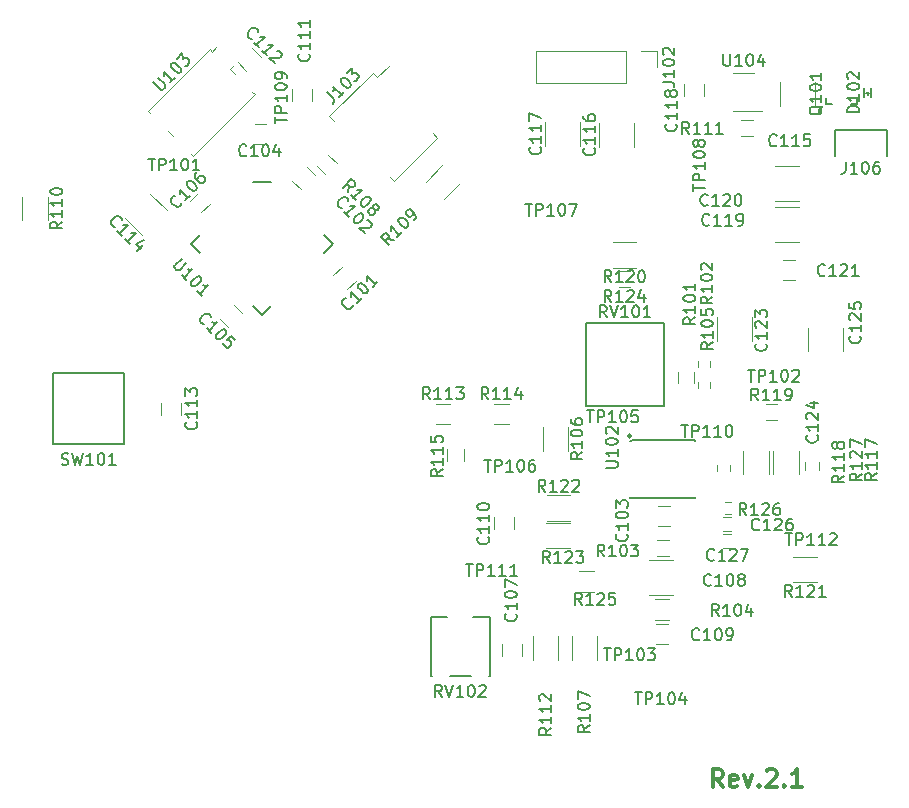
<source format=gbr>
G04 #@! TF.GenerationSoftware,KiCad,Pcbnew,5.0.0*
G04 #@! TF.CreationDate,2018-08-03T19:18:50-04:00*
G04 #@! TF.ProjectId,capacitive,636170616369746976652E6B69636164,rev?*
G04 #@! TF.SameCoordinates,Original*
G04 #@! TF.FileFunction,Legend,Top*
G04 #@! TF.FilePolarity,Positive*
%FSLAX46Y46*%
G04 Gerber Fmt 4.6, Leading zero omitted, Abs format (unit mm)*
G04 Created by KiCad (PCBNEW 5.0.0) date Fri Aug  3 19:18:50 2018*
%MOMM*%
%LPD*%
G01*
G04 APERTURE LIST*
%ADD10C,0.300000*%
%ADD11C,0.150000*%
%ADD12C,0.120000*%
G04 APERTURE END LIST*
D10*
X132832142Y-121278571D02*
X132332142Y-120564285D01*
X131975000Y-121278571D02*
X131975000Y-119778571D01*
X132546428Y-119778571D01*
X132689285Y-119850000D01*
X132760714Y-119921428D01*
X132832142Y-120064285D01*
X132832142Y-120278571D01*
X132760714Y-120421428D01*
X132689285Y-120492857D01*
X132546428Y-120564285D01*
X131975000Y-120564285D01*
X134046428Y-121207142D02*
X133903571Y-121278571D01*
X133617857Y-121278571D01*
X133475000Y-121207142D01*
X133403571Y-121064285D01*
X133403571Y-120492857D01*
X133475000Y-120350000D01*
X133617857Y-120278571D01*
X133903571Y-120278571D01*
X134046428Y-120350000D01*
X134117857Y-120492857D01*
X134117857Y-120635714D01*
X133403571Y-120778571D01*
X134617857Y-120278571D02*
X134975000Y-121278571D01*
X135332142Y-120278571D01*
X135903571Y-121135714D02*
X135975000Y-121207142D01*
X135903571Y-121278571D01*
X135832142Y-121207142D01*
X135903571Y-121135714D01*
X135903571Y-121278571D01*
X136546428Y-119921428D02*
X136617857Y-119850000D01*
X136760714Y-119778571D01*
X137117857Y-119778571D01*
X137260714Y-119850000D01*
X137332142Y-119921428D01*
X137403571Y-120064285D01*
X137403571Y-120207142D01*
X137332142Y-120421428D01*
X136475000Y-121278571D01*
X137403571Y-121278571D01*
X138046428Y-121135714D02*
X138117857Y-121207142D01*
X138046428Y-121278571D01*
X137975000Y-121207142D01*
X138046428Y-121135714D01*
X138046428Y-121278571D01*
X139546428Y-121278571D02*
X138689285Y-121278571D01*
X139117857Y-121278571D02*
X139117857Y-119778571D01*
X138975000Y-119992857D01*
X138832142Y-120135714D01*
X138689285Y-120207142D01*
D11*
G04 #@! TO.C,RV101*
X127840000Y-89010000D02*
X127840000Y-82010000D01*
X121240000Y-89010000D02*
X127840000Y-89010000D01*
X121240000Y-82010000D02*
X121240000Y-89010000D01*
X127840000Y-82010000D02*
X121240000Y-82010000D01*
D12*
G04 #@! TO.C,J102*
X124680000Y-58980000D02*
X117000000Y-58980000D01*
X117000000Y-58980000D02*
X117000000Y-61640000D01*
X117000000Y-61640000D02*
X124680000Y-61640000D01*
X124680000Y-61640000D02*
X124680000Y-58980000D01*
X125950000Y-58980000D02*
X127280000Y-58980000D01*
X127280000Y-58980000D02*
X127280000Y-60310000D01*
G04 #@! TO.C,C109*
X128170000Y-107510000D02*
X127170000Y-107510000D01*
X127170000Y-109210000D02*
X128170000Y-109210000D01*
G04 #@! TO.C,C101*
X101052127Y-79144274D02*
X101759234Y-78437167D01*
X100557153Y-77235086D02*
X99850046Y-77942193D01*
G04 #@! TO.C,C102*
X98297214Y-69486533D02*
X97590107Y-68779426D01*
X96388026Y-69981507D02*
X97095133Y-70688614D01*
G04 #@! TO.C,C103*
X128360000Y-97510000D02*
X127360000Y-97510000D01*
X127360000Y-99210000D02*
X128360000Y-99210000D01*
G04 #@! TO.C,C104*
X94200000Y-65150000D02*
X93200000Y-65150000D01*
X93200000Y-66850000D02*
X94200000Y-66850000D01*
G04 #@! TO.C,C105*
X90246306Y-81650267D02*
X90953413Y-82357374D01*
X92155494Y-81155293D02*
X91448387Y-80448186D01*
G04 #@! TO.C,C106*
X89401306Y-71916159D02*
X88694199Y-72623266D01*
X87732534Y-71661601D02*
X88439641Y-70954494D01*
G04 #@! TO.C,C108*
X128600000Y-102090000D02*
X126600000Y-102090000D01*
X126600000Y-105050000D02*
X128600000Y-105050000D01*
G04 #@! TO.C,C110*
X115160000Y-99430000D02*
X115160000Y-98430000D01*
X113460000Y-98430000D02*
X113460000Y-99430000D01*
G04 #@! TO.C,C111*
X96340000Y-62200000D02*
X96340000Y-63200000D01*
X98040000Y-63200000D02*
X98040000Y-62200000D01*
G04 #@! TO.C,C112*
X93694594Y-59442513D02*
X92987487Y-58735406D01*
X91785406Y-59937487D02*
X92492513Y-60644594D01*
G04 #@! TO.C,C113*
X86980000Y-89770000D02*
X86980000Y-88770000D01*
X85280000Y-88770000D02*
X85280000Y-89770000D01*
G04 #@! TO.C,C114*
X82246375Y-73139411D02*
X83660589Y-74553625D01*
X85753625Y-72460589D02*
X84339411Y-71046375D01*
G04 #@! TO.C,C115*
X140610000Y-63580000D02*
X140610000Y-61580000D01*
X137650000Y-61580000D02*
X137650000Y-63580000D01*
G04 #@! TO.C,C116*
X122350000Y-65070000D02*
X122350000Y-67070000D01*
X125310000Y-67070000D02*
X125310000Y-65070000D01*
G04 #@! TO.C,C117*
X117780000Y-64980000D02*
X117780000Y-66980000D01*
X120740000Y-66980000D02*
X120740000Y-64980000D01*
G04 #@! TO.C,C118*
X129550000Y-61750000D02*
X129550000Y-62750000D01*
X131250000Y-62750000D02*
X131250000Y-61750000D01*
G04 #@! TO.C,C119*
X139290000Y-72210000D02*
X137290000Y-72210000D01*
X137290000Y-75170000D02*
X139290000Y-75170000D01*
G04 #@! TO.C,C120*
X139280000Y-68670000D02*
X137280000Y-68670000D01*
X137280000Y-71630000D02*
X139280000Y-71630000D01*
G04 #@! TO.C,C121*
X138930000Y-76690000D02*
X137930000Y-76690000D01*
X137930000Y-78390000D02*
X138930000Y-78390000D01*
D11*
G04 #@! TO.C,D102*
X145400000Y-62100000D02*
X145400000Y-62900000D01*
X144800000Y-62900000D02*
X144800000Y-62100000D01*
X145100000Y-62500000D02*
X145100000Y-62650000D01*
X145000000Y-62500000D02*
X145200000Y-62500000D01*
G04 #@! TO.C,Q101*
X141570000Y-63450000D02*
X141570000Y-62950000D01*
X142070000Y-63450000D02*
X141570000Y-63450000D01*
X144170000Y-63450000D02*
X144170000Y-62950000D01*
X144170000Y-63450000D02*
X143670000Y-63450000D01*
D12*
G04 #@! TO.C,R101*
X130380000Y-86110000D02*
X130380000Y-87110000D01*
X129020000Y-87110000D02*
X129020000Y-86110000D01*
G04 #@! TO.C,R103*
X128270000Y-101750000D02*
X127270000Y-101750000D01*
X127270000Y-100390000D02*
X128270000Y-100390000D01*
G04 #@! TO.C,R108*
X99165484Y-69414669D02*
X98458377Y-68707562D01*
X99420042Y-67745897D02*
X100127149Y-68453004D01*
G04 #@! TO.C,R109*
X107686289Y-70020503D02*
X109100503Y-68606289D01*
X110613711Y-70119497D02*
X109199497Y-71533711D01*
G04 #@! TO.C,R110*
X73530000Y-73300000D02*
X73530000Y-71300000D01*
X75670000Y-71300000D02*
X75670000Y-73300000D01*
G04 #@! TO.C,R111*
X135380000Y-66170000D02*
X134380000Y-66170000D01*
X134380000Y-64810000D02*
X135380000Y-64810000D01*
D11*
G04 #@! TO.C,SW101*
X76150000Y-92250000D02*
X76150000Y-86250000D01*
X82150000Y-92250000D02*
X76150000Y-92250000D01*
X82150000Y-86250000D02*
X82150000Y-92250000D01*
X76150000Y-86250000D02*
X82150000Y-86250000D01*
G04 #@! TO.C,U101*
X94549402Y-70036294D02*
X93064478Y-70036294D01*
X88538994Y-74561778D02*
X87796532Y-75304240D01*
X87796532Y-75304240D02*
X88538994Y-76046702D01*
X93064478Y-80572186D02*
X93806940Y-81314648D01*
X93806940Y-81314648D02*
X94549402Y-80572186D01*
X99074886Y-76046702D02*
X99817348Y-75304240D01*
X99817348Y-75304240D02*
X99074886Y-74561778D01*
D12*
G04 #@! TO.C,U103*
X92998842Y-62413502D02*
X93210974Y-62625634D01*
X93210974Y-62625634D02*
X87978384Y-67858224D01*
X87978384Y-67858224D02*
X87766252Y-67646092D01*
X89958283Y-58665836D02*
X89604730Y-59019390D01*
X89604730Y-59019390D02*
X89392598Y-58807258D01*
X89392598Y-58807258D02*
X84160008Y-64039848D01*
X84160008Y-64039848D02*
X84372140Y-64251980D01*
X91443207Y-60150760D02*
X91089654Y-60504314D01*
X91089654Y-60504314D02*
X91513918Y-60928578D01*
X86281328Y-66161168D02*
X85857064Y-65736904D01*
G04 #@! TO.C,U104*
X135500000Y-60860000D02*
X133700000Y-60860000D01*
X133700000Y-64080000D02*
X136150000Y-64080000D01*
G04 #@! TO.C,R107*
X120030000Y-110500000D02*
X120030000Y-108500000D01*
X122170000Y-108500000D02*
X122170000Y-110500000D01*
G04 #@! TO.C,R112*
X118870000Y-108500000D02*
X118870000Y-110500000D01*
X116730000Y-110500000D02*
X116730000Y-108500000D01*
D11*
G04 #@! TO.C,RV102*
X113100000Y-106900000D02*
X111700000Y-106900000D01*
X113100000Y-111900000D02*
X113100000Y-106900000D01*
X113000000Y-111900000D02*
X113100000Y-111900000D01*
X109700000Y-111900000D02*
X111500000Y-111900000D01*
X108100000Y-111900000D02*
X108200000Y-111900000D01*
X108100000Y-106900000D02*
X108100000Y-111900000D01*
X109500000Y-106900000D02*
X108100000Y-106900000D01*
D12*
G04 #@! TO.C,C107*
X115850000Y-110200000D02*
X115850000Y-109200000D01*
X114150000Y-109200000D02*
X114150000Y-110200000D01*
G04 #@! TO.C,C124*
X139810000Y-94480000D02*
X139810000Y-93780000D01*
X141010000Y-93780000D02*
X141010000Y-94480000D01*
G04 #@! TO.C,C125*
X140050000Y-82390000D02*
X140050000Y-84390000D01*
X143010000Y-84390000D02*
X143010000Y-82390000D01*
G04 #@! TO.C,C126*
X132840000Y-98430000D02*
X133540000Y-98430000D01*
X133540000Y-99630000D02*
X132840000Y-99630000D01*
G04 #@! TO.C,C127*
X133570000Y-101020000D02*
X132870000Y-101020000D01*
X132870000Y-99820000D02*
X133570000Y-99820000D01*
D11*
G04 #@! TO.C,J106*
X146710000Y-65690000D02*
X146710000Y-67890000D01*
X142310000Y-65690000D02*
X146710000Y-65690000D01*
X142310000Y-67890000D02*
X142310000Y-65690000D01*
D12*
G04 #@! TO.C,R102*
X131780000Y-85730000D02*
X131780000Y-85230000D01*
X130720000Y-85230000D02*
X130720000Y-85730000D01*
G04 #@! TO.C,R104*
X127100000Y-105380000D02*
X128300000Y-105380000D01*
X128300000Y-107140000D02*
X127100000Y-107140000D01*
G04 #@! TO.C,R105*
X131780000Y-87520000D02*
X131780000Y-87020000D01*
X130720000Y-87020000D02*
X130720000Y-87520000D01*
G04 #@! TO.C,R106*
X117580000Y-92800000D02*
X117580000Y-90800000D01*
X119720000Y-90800000D02*
X119720000Y-92800000D01*
G04 #@! TO.C,R113*
X109750000Y-90580000D02*
X108550000Y-90580000D01*
X108550000Y-88820000D02*
X109750000Y-88820000D01*
G04 #@! TO.C,R114*
X114700000Y-90580000D02*
X113500000Y-90580000D01*
X113500000Y-88820000D02*
X114700000Y-88820000D01*
G04 #@! TO.C,R115*
X109520000Y-93700000D02*
X109520000Y-92700000D01*
X110880000Y-92700000D02*
X110880000Y-93700000D01*
G04 #@! TO.C,R117*
X139260000Y-92810000D02*
X139260000Y-94810000D01*
X137120000Y-94810000D02*
X137120000Y-92810000D01*
G04 #@! TO.C,R118*
X132370000Y-94000000D02*
X132370000Y-94500000D01*
X133430000Y-94500000D02*
X133430000Y-94000000D01*
G04 #@! TO.C,R119*
X137450000Y-90220000D02*
X136450000Y-90220000D01*
X136450000Y-88860000D02*
X137450000Y-88860000D01*
G04 #@! TO.C,R122*
X119930000Y-98730000D02*
X117930000Y-98730000D01*
X117930000Y-96590000D02*
X119930000Y-96590000D01*
G04 #@! TO.C,R123*
X119880000Y-101080000D02*
X117880000Y-101080000D01*
X117880000Y-98940000D02*
X119880000Y-98940000D01*
G04 #@! TO.C,R124*
X124010000Y-77620000D02*
X125010000Y-77620000D01*
X125010000Y-78980000D02*
X124010000Y-78980000D01*
G04 #@! TO.C,R125*
X120690000Y-102980000D02*
X121890000Y-102980000D01*
X121890000Y-104740000D02*
X120690000Y-104740000D01*
G04 #@! TO.C,R126*
X133030000Y-98190000D02*
X133530000Y-98190000D01*
X133530000Y-97130000D02*
X133030000Y-97130000D01*
G04 #@! TO.C,R127*
X136720000Y-92820000D02*
X136720000Y-94820000D01*
X134580000Y-94820000D02*
X134580000Y-92820000D01*
D11*
G04 #@! TO.C,U102*
X124950000Y-92015000D02*
X125325000Y-91940000D01*
X125325000Y-91940000D02*
X130450000Y-91940000D01*
X130450000Y-91940000D02*
X130450000Y-92015000D01*
X130450000Y-96765000D02*
X130450000Y-96840000D01*
X130450000Y-96840000D02*
X124950000Y-96840000D01*
X124950000Y-96840000D02*
X124950000Y-96765000D01*
X125075000Y-91565000D02*
G75*
G03X125075000Y-91565000I-150000J0D01*
G01*
D12*
G04 #@! TO.C,J103*
X99899786Y-64876741D02*
X99525019Y-64501974D01*
X99525019Y-64501974D02*
X103201974Y-60825019D01*
X103201974Y-60825019D02*
X103576741Y-61199786D01*
X104623259Y-69600214D02*
X104998026Y-69974981D01*
X104998026Y-69974981D02*
X108674981Y-66298026D01*
X108674981Y-66298026D02*
X108300214Y-65923259D01*
X104580833Y-60195694D02*
X103576741Y-61199786D01*
G04 #@! TO.C,C123*
X132330000Y-81520000D02*
X132330000Y-83520000D01*
X135290000Y-83520000D02*
X135290000Y-81520000D01*
G04 #@! TO.C,R120*
X123510000Y-75160000D02*
X125510000Y-75160000D01*
X125510000Y-77300000D02*
X123510000Y-77300000D01*
G04 #@! TO.C,R121*
X140795000Y-103940000D02*
X138795000Y-103940000D01*
X138795000Y-101800000D02*
X140795000Y-101800000D01*
G04 #@! TO.C,RV101*
D11*
X122992380Y-81512380D02*
X122659047Y-81036190D01*
X122420952Y-81512380D02*
X122420952Y-80512380D01*
X122801904Y-80512380D01*
X122897142Y-80560000D01*
X122944761Y-80607619D01*
X122992380Y-80702857D01*
X122992380Y-80845714D01*
X122944761Y-80940952D01*
X122897142Y-80988571D01*
X122801904Y-81036190D01*
X122420952Y-81036190D01*
X123278095Y-80512380D02*
X123611428Y-81512380D01*
X123944761Y-80512380D01*
X124801904Y-81512380D02*
X124230476Y-81512380D01*
X124516190Y-81512380D02*
X124516190Y-80512380D01*
X124420952Y-80655238D01*
X124325714Y-80750476D01*
X124230476Y-80798095D01*
X125420952Y-80512380D02*
X125516190Y-80512380D01*
X125611428Y-80560000D01*
X125659047Y-80607619D01*
X125706666Y-80702857D01*
X125754285Y-80893333D01*
X125754285Y-81131428D01*
X125706666Y-81321904D01*
X125659047Y-81417142D01*
X125611428Y-81464761D01*
X125516190Y-81512380D01*
X125420952Y-81512380D01*
X125325714Y-81464761D01*
X125278095Y-81417142D01*
X125230476Y-81321904D01*
X125182857Y-81131428D01*
X125182857Y-80893333D01*
X125230476Y-80702857D01*
X125278095Y-80607619D01*
X125325714Y-80560000D01*
X125420952Y-80512380D01*
X126706666Y-81512380D02*
X126135238Y-81512380D01*
X126420952Y-81512380D02*
X126420952Y-80512380D01*
X126325714Y-80655238D01*
X126230476Y-80750476D01*
X126135238Y-80798095D01*
G04 #@! TO.C,J102*
X127732380Y-61595714D02*
X128446666Y-61595714D01*
X128589523Y-61643333D01*
X128684761Y-61738571D01*
X128732380Y-61881428D01*
X128732380Y-61976666D01*
X128732380Y-60595714D02*
X128732380Y-61167142D01*
X128732380Y-60881428D02*
X127732380Y-60881428D01*
X127875238Y-60976666D01*
X127970476Y-61071904D01*
X128018095Y-61167142D01*
X127732380Y-59976666D02*
X127732380Y-59881428D01*
X127780000Y-59786190D01*
X127827619Y-59738571D01*
X127922857Y-59690952D01*
X128113333Y-59643333D01*
X128351428Y-59643333D01*
X128541904Y-59690952D01*
X128637142Y-59738571D01*
X128684761Y-59786190D01*
X128732380Y-59881428D01*
X128732380Y-59976666D01*
X128684761Y-60071904D01*
X128637142Y-60119523D01*
X128541904Y-60167142D01*
X128351428Y-60214761D01*
X128113333Y-60214761D01*
X127922857Y-60167142D01*
X127827619Y-60119523D01*
X127780000Y-60071904D01*
X127732380Y-59976666D01*
X127827619Y-59262380D02*
X127780000Y-59214761D01*
X127732380Y-59119523D01*
X127732380Y-58881428D01*
X127780000Y-58786190D01*
X127827619Y-58738571D01*
X127922857Y-58690952D01*
X128018095Y-58690952D01*
X128160952Y-58738571D01*
X128732380Y-59310000D01*
X128732380Y-58690952D01*
G04 #@! TO.C,C109*
X130830952Y-108757142D02*
X130783333Y-108804761D01*
X130640476Y-108852380D01*
X130545238Y-108852380D01*
X130402380Y-108804761D01*
X130307142Y-108709523D01*
X130259523Y-108614285D01*
X130211904Y-108423809D01*
X130211904Y-108280952D01*
X130259523Y-108090476D01*
X130307142Y-107995238D01*
X130402380Y-107900000D01*
X130545238Y-107852380D01*
X130640476Y-107852380D01*
X130783333Y-107900000D01*
X130830952Y-107947619D01*
X131783333Y-108852380D02*
X131211904Y-108852380D01*
X131497619Y-108852380D02*
X131497619Y-107852380D01*
X131402380Y-107995238D01*
X131307142Y-108090476D01*
X131211904Y-108138095D01*
X132402380Y-107852380D02*
X132497619Y-107852380D01*
X132592857Y-107900000D01*
X132640476Y-107947619D01*
X132688095Y-108042857D01*
X132735714Y-108233333D01*
X132735714Y-108471428D01*
X132688095Y-108661904D01*
X132640476Y-108757142D01*
X132592857Y-108804761D01*
X132497619Y-108852380D01*
X132402380Y-108852380D01*
X132307142Y-108804761D01*
X132259523Y-108757142D01*
X132211904Y-108661904D01*
X132164285Y-108471428D01*
X132164285Y-108233333D01*
X132211904Y-108042857D01*
X132259523Y-107947619D01*
X132307142Y-107900000D01*
X132402380Y-107852380D01*
X133211904Y-108852380D02*
X133402380Y-108852380D01*
X133497619Y-108804761D01*
X133545238Y-108757142D01*
X133640476Y-108614285D01*
X133688095Y-108423809D01*
X133688095Y-108042857D01*
X133640476Y-107947619D01*
X133592857Y-107900000D01*
X133497619Y-107852380D01*
X133307142Y-107852380D01*
X133211904Y-107900000D01*
X133164285Y-107947619D01*
X133116666Y-108042857D01*
X133116666Y-108280952D01*
X133164285Y-108376190D01*
X133211904Y-108423809D01*
X133307142Y-108471428D01*
X133497619Y-108471428D01*
X133592857Y-108423809D01*
X133640476Y-108376190D01*
X133688095Y-108280952D01*
G04 #@! TO.C,C101*
X101503328Y-80470941D02*
X101503328Y-80538284D01*
X101435985Y-80672971D01*
X101368641Y-80740315D01*
X101233954Y-80807658D01*
X101099267Y-80807658D01*
X100998252Y-80773987D01*
X100829893Y-80672971D01*
X100728878Y-80571956D01*
X100627863Y-80403597D01*
X100594191Y-80302582D01*
X100594191Y-80167895D01*
X100661535Y-80033208D01*
X100728878Y-79965865D01*
X100863565Y-79898521D01*
X100930909Y-79898521D01*
X102244107Y-79864849D02*
X101840046Y-80268910D01*
X102042077Y-80066880D02*
X101334970Y-79359773D01*
X101368641Y-79528132D01*
X101368641Y-79662819D01*
X101334970Y-79763834D01*
X101974733Y-78720010D02*
X102042077Y-78652666D01*
X102143092Y-78618994D01*
X102210435Y-78618994D01*
X102311451Y-78652666D01*
X102479809Y-78753681D01*
X102648168Y-78922040D01*
X102749183Y-79090399D01*
X102782855Y-79191414D01*
X102782855Y-79258758D01*
X102749183Y-79359773D01*
X102681840Y-79427117D01*
X102580825Y-79460788D01*
X102513481Y-79460788D01*
X102412466Y-79427117D01*
X102244107Y-79326101D01*
X102075748Y-79157742D01*
X101974733Y-78989384D01*
X101941061Y-78888368D01*
X101941061Y-78821025D01*
X101974733Y-78720010D01*
X103590977Y-78517979D02*
X103186916Y-78922040D01*
X103388947Y-78720010D02*
X102681840Y-78012903D01*
X102715512Y-78181262D01*
X102715512Y-78315949D01*
X102681840Y-78416964D01*
G04 #@! TO.C,C102*
X100556175Y-72261251D02*
X100488832Y-72261251D01*
X100354145Y-72193908D01*
X100286801Y-72126564D01*
X100219458Y-71991877D01*
X100219458Y-71857190D01*
X100253129Y-71756175D01*
X100354145Y-71587816D01*
X100455160Y-71486801D01*
X100623519Y-71385786D01*
X100724534Y-71352114D01*
X100859221Y-71352114D01*
X100993908Y-71419458D01*
X101061251Y-71486801D01*
X101128595Y-71621488D01*
X101128595Y-71688832D01*
X101162267Y-73002030D02*
X100758206Y-72597969D01*
X100960236Y-72800000D02*
X101667343Y-72092893D01*
X101498984Y-72126564D01*
X101364297Y-72126564D01*
X101263282Y-72092893D01*
X102307106Y-72732656D02*
X102374450Y-72800000D01*
X102408122Y-72901015D01*
X102408122Y-72968358D01*
X102374450Y-73069374D01*
X102273435Y-73237732D01*
X102105076Y-73406091D01*
X101936717Y-73507106D01*
X101835702Y-73540778D01*
X101768358Y-73540778D01*
X101667343Y-73507106D01*
X101600000Y-73439763D01*
X101566328Y-73338748D01*
X101566328Y-73271404D01*
X101600000Y-73170389D01*
X101701015Y-73002030D01*
X101869374Y-72833671D01*
X102037732Y-72732656D01*
X102138748Y-72698984D01*
X102206091Y-72698984D01*
X102307106Y-72732656D01*
X102744839Y-73305076D02*
X102812183Y-73305076D01*
X102913198Y-73338748D01*
X103081557Y-73507106D01*
X103115228Y-73608122D01*
X103115228Y-73675465D01*
X103081557Y-73776480D01*
X103014213Y-73843824D01*
X102879526Y-73911167D01*
X102071404Y-73911167D01*
X102509137Y-74348900D01*
G04 #@! TO.C,C103*
X124682142Y-99869047D02*
X124729761Y-99916666D01*
X124777380Y-100059523D01*
X124777380Y-100154761D01*
X124729761Y-100297619D01*
X124634523Y-100392857D01*
X124539285Y-100440476D01*
X124348809Y-100488095D01*
X124205952Y-100488095D01*
X124015476Y-100440476D01*
X123920238Y-100392857D01*
X123825000Y-100297619D01*
X123777380Y-100154761D01*
X123777380Y-100059523D01*
X123825000Y-99916666D01*
X123872619Y-99869047D01*
X124777380Y-98916666D02*
X124777380Y-99488095D01*
X124777380Y-99202380D02*
X123777380Y-99202380D01*
X123920238Y-99297619D01*
X124015476Y-99392857D01*
X124063095Y-99488095D01*
X123777380Y-98297619D02*
X123777380Y-98202380D01*
X123825000Y-98107142D01*
X123872619Y-98059523D01*
X123967857Y-98011904D01*
X124158333Y-97964285D01*
X124396428Y-97964285D01*
X124586904Y-98011904D01*
X124682142Y-98059523D01*
X124729761Y-98107142D01*
X124777380Y-98202380D01*
X124777380Y-98297619D01*
X124729761Y-98392857D01*
X124682142Y-98440476D01*
X124586904Y-98488095D01*
X124396428Y-98535714D01*
X124158333Y-98535714D01*
X123967857Y-98488095D01*
X123872619Y-98440476D01*
X123825000Y-98392857D01*
X123777380Y-98297619D01*
X123777380Y-97630952D02*
X123777380Y-97011904D01*
X124158333Y-97345238D01*
X124158333Y-97202380D01*
X124205952Y-97107142D01*
X124253571Y-97059523D01*
X124348809Y-97011904D01*
X124586904Y-97011904D01*
X124682142Y-97059523D01*
X124729761Y-97107142D01*
X124777380Y-97202380D01*
X124777380Y-97488095D01*
X124729761Y-97583333D01*
X124682142Y-97630952D01*
G04 #@! TO.C,C104*
X92499132Y-67776482D02*
X92451513Y-67824101D01*
X92308656Y-67871720D01*
X92213418Y-67871720D01*
X92070560Y-67824101D01*
X91975322Y-67728863D01*
X91927703Y-67633625D01*
X91880084Y-67443149D01*
X91880084Y-67300292D01*
X91927703Y-67109816D01*
X91975322Y-67014578D01*
X92070560Y-66919340D01*
X92213418Y-66871720D01*
X92308656Y-66871720D01*
X92451513Y-66919340D01*
X92499132Y-66966959D01*
X93451513Y-67871720D02*
X92880084Y-67871720D01*
X93165799Y-67871720D02*
X93165799Y-66871720D01*
X93070560Y-67014578D01*
X92975322Y-67109816D01*
X92880084Y-67157435D01*
X94070560Y-66871720D02*
X94165799Y-66871720D01*
X94261037Y-66919340D01*
X94308656Y-66966959D01*
X94356275Y-67062197D01*
X94403894Y-67252673D01*
X94403894Y-67490768D01*
X94356275Y-67681244D01*
X94308656Y-67776482D01*
X94261037Y-67824101D01*
X94165799Y-67871720D01*
X94070560Y-67871720D01*
X93975322Y-67824101D01*
X93927703Y-67776482D01*
X93880084Y-67681244D01*
X93832465Y-67490768D01*
X93832465Y-67252673D01*
X93880084Y-67062197D01*
X93927703Y-66966959D01*
X93975322Y-66919340D01*
X94070560Y-66871720D01*
X95261037Y-67205054D02*
X95261037Y-67871720D01*
X95022941Y-66824101D02*
X94784846Y-67538387D01*
X95403894Y-67538387D01*
G04 #@! TO.C,C105*
X88919638Y-82101468D02*
X88852295Y-82101468D01*
X88717608Y-82034125D01*
X88650264Y-81966781D01*
X88582921Y-81832094D01*
X88582921Y-81697407D01*
X88616592Y-81596392D01*
X88717608Y-81428033D01*
X88818623Y-81327018D01*
X88986982Y-81226003D01*
X89087997Y-81192331D01*
X89222684Y-81192331D01*
X89357371Y-81259675D01*
X89424714Y-81327018D01*
X89492058Y-81461705D01*
X89492058Y-81529049D01*
X89525730Y-82842247D02*
X89121669Y-82438186D01*
X89323699Y-82640217D02*
X90030806Y-81933110D01*
X89862447Y-81966781D01*
X89727760Y-81966781D01*
X89626745Y-81933110D01*
X90670569Y-82572873D02*
X90737913Y-82640217D01*
X90771585Y-82741232D01*
X90771585Y-82808575D01*
X90737913Y-82909591D01*
X90636898Y-83077949D01*
X90468539Y-83246308D01*
X90300180Y-83347323D01*
X90199165Y-83380995D01*
X90131821Y-83380995D01*
X90030806Y-83347323D01*
X89963463Y-83279980D01*
X89929791Y-83178965D01*
X89929791Y-83111621D01*
X89963463Y-83010606D01*
X90064478Y-82842247D01*
X90232837Y-82673888D01*
X90401195Y-82572873D01*
X90502211Y-82539201D01*
X90569554Y-82539201D01*
X90670569Y-82572873D01*
X91546035Y-83448339D02*
X91209317Y-83111621D01*
X90838928Y-83414667D01*
X90906272Y-83414667D01*
X91007287Y-83448339D01*
X91175646Y-83616697D01*
X91209317Y-83717713D01*
X91209317Y-83785056D01*
X91175646Y-83886071D01*
X91007287Y-84054430D01*
X90906272Y-84088102D01*
X90838928Y-84088102D01*
X90737913Y-84054430D01*
X90569554Y-83886071D01*
X90535882Y-83785056D01*
X90535882Y-83717713D01*
G04 #@! TO.C,C106*
X87002866Y-71807399D02*
X87002866Y-71874742D01*
X86935523Y-72009429D01*
X86868179Y-72076773D01*
X86733492Y-72144116D01*
X86598805Y-72144116D01*
X86497790Y-72110445D01*
X86329431Y-72009429D01*
X86228416Y-71908414D01*
X86127401Y-71740055D01*
X86093729Y-71639040D01*
X86093729Y-71504353D01*
X86161073Y-71369666D01*
X86228416Y-71302323D01*
X86363103Y-71234979D01*
X86430447Y-71234979D01*
X87743645Y-71201307D02*
X87339584Y-71605368D01*
X87541615Y-71403338D02*
X86834508Y-70696231D01*
X86868179Y-70864590D01*
X86868179Y-70999277D01*
X86834508Y-71100292D01*
X87474271Y-70056468D02*
X87541615Y-69989124D01*
X87642630Y-69955452D01*
X87709973Y-69955452D01*
X87810989Y-69989124D01*
X87979347Y-70090139D01*
X88147706Y-70258498D01*
X88248721Y-70426857D01*
X88282393Y-70527872D01*
X88282393Y-70595216D01*
X88248721Y-70696231D01*
X88181378Y-70763575D01*
X88080363Y-70797246D01*
X88013019Y-70797246D01*
X87912004Y-70763575D01*
X87743645Y-70662559D01*
X87575286Y-70494200D01*
X87474271Y-70325842D01*
X87440599Y-70224826D01*
X87440599Y-70157483D01*
X87474271Y-70056468D01*
X88316065Y-69214674D02*
X88181378Y-69349361D01*
X88147706Y-69450376D01*
X88147706Y-69517720D01*
X88181378Y-69686078D01*
X88282393Y-69854437D01*
X88551767Y-70123811D01*
X88652782Y-70157483D01*
X88720126Y-70157483D01*
X88821141Y-70123811D01*
X88955828Y-69989124D01*
X88989500Y-69888109D01*
X88989500Y-69820765D01*
X88955828Y-69719750D01*
X88787469Y-69551391D01*
X88686454Y-69517720D01*
X88619111Y-69517720D01*
X88518095Y-69551391D01*
X88383408Y-69686078D01*
X88349737Y-69787094D01*
X88349737Y-69854437D01*
X88383408Y-69955452D01*
G04 #@! TO.C,C108*
X131830952Y-104157142D02*
X131783333Y-104204761D01*
X131640476Y-104252380D01*
X131545238Y-104252380D01*
X131402380Y-104204761D01*
X131307142Y-104109523D01*
X131259523Y-104014285D01*
X131211904Y-103823809D01*
X131211904Y-103680952D01*
X131259523Y-103490476D01*
X131307142Y-103395238D01*
X131402380Y-103300000D01*
X131545238Y-103252380D01*
X131640476Y-103252380D01*
X131783333Y-103300000D01*
X131830952Y-103347619D01*
X132783333Y-104252380D02*
X132211904Y-104252380D01*
X132497619Y-104252380D02*
X132497619Y-103252380D01*
X132402380Y-103395238D01*
X132307142Y-103490476D01*
X132211904Y-103538095D01*
X133402380Y-103252380D02*
X133497619Y-103252380D01*
X133592857Y-103300000D01*
X133640476Y-103347619D01*
X133688095Y-103442857D01*
X133735714Y-103633333D01*
X133735714Y-103871428D01*
X133688095Y-104061904D01*
X133640476Y-104157142D01*
X133592857Y-104204761D01*
X133497619Y-104252380D01*
X133402380Y-104252380D01*
X133307142Y-104204761D01*
X133259523Y-104157142D01*
X133211904Y-104061904D01*
X133164285Y-103871428D01*
X133164285Y-103633333D01*
X133211904Y-103442857D01*
X133259523Y-103347619D01*
X133307142Y-103300000D01*
X133402380Y-103252380D01*
X134307142Y-103680952D02*
X134211904Y-103633333D01*
X134164285Y-103585714D01*
X134116666Y-103490476D01*
X134116666Y-103442857D01*
X134164285Y-103347619D01*
X134211904Y-103300000D01*
X134307142Y-103252380D01*
X134497619Y-103252380D01*
X134592857Y-103300000D01*
X134640476Y-103347619D01*
X134688095Y-103442857D01*
X134688095Y-103490476D01*
X134640476Y-103585714D01*
X134592857Y-103633333D01*
X134497619Y-103680952D01*
X134307142Y-103680952D01*
X134211904Y-103728571D01*
X134164285Y-103776190D01*
X134116666Y-103871428D01*
X134116666Y-104061904D01*
X134164285Y-104157142D01*
X134211904Y-104204761D01*
X134307142Y-104252380D01*
X134497619Y-104252380D01*
X134592857Y-104204761D01*
X134640476Y-104157142D01*
X134688095Y-104061904D01*
X134688095Y-103871428D01*
X134640476Y-103776190D01*
X134592857Y-103728571D01*
X134497619Y-103680952D01*
G04 #@! TO.C,C110*
X112957142Y-100119047D02*
X113004761Y-100166666D01*
X113052380Y-100309523D01*
X113052380Y-100404761D01*
X113004761Y-100547619D01*
X112909523Y-100642857D01*
X112814285Y-100690476D01*
X112623809Y-100738095D01*
X112480952Y-100738095D01*
X112290476Y-100690476D01*
X112195238Y-100642857D01*
X112100000Y-100547619D01*
X112052380Y-100404761D01*
X112052380Y-100309523D01*
X112100000Y-100166666D01*
X112147619Y-100119047D01*
X113052380Y-99166666D02*
X113052380Y-99738095D01*
X113052380Y-99452380D02*
X112052380Y-99452380D01*
X112195238Y-99547619D01*
X112290476Y-99642857D01*
X112338095Y-99738095D01*
X113052380Y-98214285D02*
X113052380Y-98785714D01*
X113052380Y-98500000D02*
X112052380Y-98500000D01*
X112195238Y-98595238D01*
X112290476Y-98690476D01*
X112338095Y-98785714D01*
X112052380Y-97595238D02*
X112052380Y-97500000D01*
X112100000Y-97404761D01*
X112147619Y-97357142D01*
X112242857Y-97309523D01*
X112433333Y-97261904D01*
X112671428Y-97261904D01*
X112861904Y-97309523D01*
X112957142Y-97357142D01*
X113004761Y-97404761D01*
X113052380Y-97500000D01*
X113052380Y-97595238D01*
X113004761Y-97690476D01*
X112957142Y-97738095D01*
X112861904Y-97785714D01*
X112671428Y-97833333D01*
X112433333Y-97833333D01*
X112242857Y-97785714D01*
X112147619Y-97738095D01*
X112100000Y-97690476D01*
X112052380Y-97595238D01*
G04 #@! TO.C,C111*
X97780962Y-59206207D02*
X97828581Y-59253826D01*
X97876200Y-59396683D01*
X97876200Y-59491921D01*
X97828581Y-59634779D01*
X97733343Y-59730017D01*
X97638105Y-59777636D01*
X97447629Y-59825255D01*
X97304772Y-59825255D01*
X97114296Y-59777636D01*
X97019058Y-59730017D01*
X96923820Y-59634779D01*
X96876200Y-59491921D01*
X96876200Y-59396683D01*
X96923820Y-59253826D01*
X96971439Y-59206207D01*
X97876200Y-58253826D02*
X97876200Y-58825255D01*
X97876200Y-58539540D02*
X96876200Y-58539540D01*
X97019058Y-58634779D01*
X97114296Y-58730017D01*
X97161915Y-58825255D01*
X97876200Y-57301445D02*
X97876200Y-57872874D01*
X97876200Y-57587160D02*
X96876200Y-57587160D01*
X97019058Y-57682398D01*
X97114296Y-57777636D01*
X97161915Y-57872874D01*
X97876200Y-56349064D02*
X97876200Y-56920493D01*
X97876200Y-56634779D02*
X96876200Y-56634779D01*
X97019058Y-56730017D01*
X97114296Y-56825255D01*
X97161915Y-56920493D01*
G04 #@! TO.C,C112*
X92933612Y-57913814D02*
X92866269Y-57913814D01*
X92731582Y-57846471D01*
X92664238Y-57779127D01*
X92596895Y-57644440D01*
X92596895Y-57509753D01*
X92630566Y-57408738D01*
X92731582Y-57240379D01*
X92832597Y-57139364D01*
X93000956Y-57038349D01*
X93101971Y-57004677D01*
X93236658Y-57004677D01*
X93371345Y-57072021D01*
X93438688Y-57139364D01*
X93506032Y-57274051D01*
X93506032Y-57341395D01*
X93539704Y-58654593D02*
X93135643Y-58250532D01*
X93337673Y-58452563D02*
X94044780Y-57745456D01*
X93876421Y-57779127D01*
X93741734Y-57779127D01*
X93640719Y-57745456D01*
X94213139Y-59328028D02*
X93809078Y-58923967D01*
X94011108Y-59125998D02*
X94718215Y-58418891D01*
X94549856Y-58452562D01*
X94415169Y-58452563D01*
X94314154Y-58418891D01*
X95122276Y-58957639D02*
X95189620Y-58957639D01*
X95290635Y-58991311D01*
X95458994Y-59159669D01*
X95492665Y-59260685D01*
X95492665Y-59328028D01*
X95458994Y-59429043D01*
X95391650Y-59496387D01*
X95256963Y-59563730D01*
X94448841Y-59563730D01*
X94886574Y-60001463D01*
G04 #@! TO.C,C113*
X88237142Y-90389047D02*
X88284761Y-90436666D01*
X88332380Y-90579523D01*
X88332380Y-90674761D01*
X88284761Y-90817619D01*
X88189523Y-90912857D01*
X88094285Y-90960476D01*
X87903809Y-91008095D01*
X87760952Y-91008095D01*
X87570476Y-90960476D01*
X87475238Y-90912857D01*
X87380000Y-90817619D01*
X87332380Y-90674761D01*
X87332380Y-90579523D01*
X87380000Y-90436666D01*
X87427619Y-90389047D01*
X88332380Y-89436666D02*
X88332380Y-90008095D01*
X88332380Y-89722380D02*
X87332380Y-89722380D01*
X87475238Y-89817619D01*
X87570476Y-89912857D01*
X87618095Y-90008095D01*
X88332380Y-88484285D02*
X88332380Y-89055714D01*
X88332380Y-88770000D02*
X87332380Y-88770000D01*
X87475238Y-88865238D01*
X87570476Y-88960476D01*
X87618095Y-89055714D01*
X87332380Y-88150952D02*
X87332380Y-87531904D01*
X87713333Y-87865238D01*
X87713333Y-87722380D01*
X87760952Y-87627142D01*
X87808571Y-87579523D01*
X87903809Y-87531904D01*
X88141904Y-87531904D01*
X88237142Y-87579523D01*
X88284761Y-87627142D01*
X88332380Y-87722380D01*
X88332380Y-88008095D01*
X88284761Y-88103333D01*
X88237142Y-88150952D01*
G04 #@! TO.C,C114*
X81365185Y-73852241D02*
X81297842Y-73852241D01*
X81163155Y-73784898D01*
X81095811Y-73717554D01*
X81028468Y-73582867D01*
X81028468Y-73448180D01*
X81062139Y-73347165D01*
X81163155Y-73178806D01*
X81264170Y-73077791D01*
X81432529Y-72976776D01*
X81533544Y-72943104D01*
X81668231Y-72943104D01*
X81802918Y-73010448D01*
X81870261Y-73077791D01*
X81937605Y-73212478D01*
X81937605Y-73279822D01*
X81971277Y-74593020D02*
X81567216Y-74188959D01*
X81769246Y-74390990D02*
X82476353Y-73683883D01*
X82307994Y-73717554D01*
X82173307Y-73717554D01*
X82072292Y-73683883D01*
X82644712Y-75266455D02*
X82240651Y-74862394D01*
X82442681Y-75064425D02*
X83149788Y-74357318D01*
X82981429Y-74390989D01*
X82846742Y-74390990D01*
X82745727Y-74357318D01*
X83722208Y-75401142D02*
X83250803Y-75872547D01*
X83823223Y-74963409D02*
X83149788Y-75300127D01*
X83587521Y-75737860D01*
G04 #@! TO.C,C115*
X137380952Y-66932142D02*
X137333333Y-66979761D01*
X137190476Y-67027380D01*
X137095238Y-67027380D01*
X136952380Y-66979761D01*
X136857142Y-66884523D01*
X136809523Y-66789285D01*
X136761904Y-66598809D01*
X136761904Y-66455952D01*
X136809523Y-66265476D01*
X136857142Y-66170238D01*
X136952380Y-66075000D01*
X137095238Y-66027380D01*
X137190476Y-66027380D01*
X137333333Y-66075000D01*
X137380952Y-66122619D01*
X138333333Y-67027380D02*
X137761904Y-67027380D01*
X138047619Y-67027380D02*
X138047619Y-66027380D01*
X137952380Y-66170238D01*
X137857142Y-66265476D01*
X137761904Y-66313095D01*
X139285714Y-67027380D02*
X138714285Y-67027380D01*
X139000000Y-67027380D02*
X139000000Y-66027380D01*
X138904761Y-66170238D01*
X138809523Y-66265476D01*
X138714285Y-66313095D01*
X140190476Y-66027380D02*
X139714285Y-66027380D01*
X139666666Y-66503571D01*
X139714285Y-66455952D01*
X139809523Y-66408333D01*
X140047619Y-66408333D01*
X140142857Y-66455952D01*
X140190476Y-66503571D01*
X140238095Y-66598809D01*
X140238095Y-66836904D01*
X140190476Y-66932142D01*
X140142857Y-66979761D01*
X140047619Y-67027380D01*
X139809523Y-67027380D01*
X139714285Y-66979761D01*
X139666666Y-66932142D01*
G04 #@! TO.C,C116*
X121937142Y-67189047D02*
X121984761Y-67236666D01*
X122032380Y-67379523D01*
X122032380Y-67474761D01*
X121984761Y-67617619D01*
X121889523Y-67712857D01*
X121794285Y-67760476D01*
X121603809Y-67808095D01*
X121460952Y-67808095D01*
X121270476Y-67760476D01*
X121175238Y-67712857D01*
X121080000Y-67617619D01*
X121032380Y-67474761D01*
X121032380Y-67379523D01*
X121080000Y-67236666D01*
X121127619Y-67189047D01*
X122032380Y-66236666D02*
X122032380Y-66808095D01*
X122032380Y-66522380D02*
X121032380Y-66522380D01*
X121175238Y-66617619D01*
X121270476Y-66712857D01*
X121318095Y-66808095D01*
X122032380Y-65284285D02*
X122032380Y-65855714D01*
X122032380Y-65570000D02*
X121032380Y-65570000D01*
X121175238Y-65665238D01*
X121270476Y-65760476D01*
X121318095Y-65855714D01*
X121032380Y-64427142D02*
X121032380Y-64617619D01*
X121080000Y-64712857D01*
X121127619Y-64760476D01*
X121270476Y-64855714D01*
X121460952Y-64903333D01*
X121841904Y-64903333D01*
X121937142Y-64855714D01*
X121984761Y-64808095D01*
X122032380Y-64712857D01*
X122032380Y-64522380D01*
X121984761Y-64427142D01*
X121937142Y-64379523D01*
X121841904Y-64331904D01*
X121603809Y-64331904D01*
X121508571Y-64379523D01*
X121460952Y-64427142D01*
X121413333Y-64522380D01*
X121413333Y-64712857D01*
X121460952Y-64808095D01*
X121508571Y-64855714D01*
X121603809Y-64903333D01*
G04 #@! TO.C,C117*
X117367142Y-67099047D02*
X117414761Y-67146666D01*
X117462380Y-67289523D01*
X117462380Y-67384761D01*
X117414761Y-67527619D01*
X117319523Y-67622857D01*
X117224285Y-67670476D01*
X117033809Y-67718095D01*
X116890952Y-67718095D01*
X116700476Y-67670476D01*
X116605238Y-67622857D01*
X116510000Y-67527619D01*
X116462380Y-67384761D01*
X116462380Y-67289523D01*
X116510000Y-67146666D01*
X116557619Y-67099047D01*
X117462380Y-66146666D02*
X117462380Y-66718095D01*
X117462380Y-66432380D02*
X116462380Y-66432380D01*
X116605238Y-66527619D01*
X116700476Y-66622857D01*
X116748095Y-66718095D01*
X117462380Y-65194285D02*
X117462380Y-65765714D01*
X117462380Y-65480000D02*
X116462380Y-65480000D01*
X116605238Y-65575238D01*
X116700476Y-65670476D01*
X116748095Y-65765714D01*
X116462380Y-64860952D02*
X116462380Y-64194285D01*
X117462380Y-64622857D01*
G04 #@! TO.C,C118*
X128857142Y-65144047D02*
X128904761Y-65191666D01*
X128952380Y-65334523D01*
X128952380Y-65429761D01*
X128904761Y-65572619D01*
X128809523Y-65667857D01*
X128714285Y-65715476D01*
X128523809Y-65763095D01*
X128380952Y-65763095D01*
X128190476Y-65715476D01*
X128095238Y-65667857D01*
X128000000Y-65572619D01*
X127952380Y-65429761D01*
X127952380Y-65334523D01*
X128000000Y-65191666D01*
X128047619Y-65144047D01*
X128952380Y-64191666D02*
X128952380Y-64763095D01*
X128952380Y-64477380D02*
X127952380Y-64477380D01*
X128095238Y-64572619D01*
X128190476Y-64667857D01*
X128238095Y-64763095D01*
X128952380Y-63239285D02*
X128952380Y-63810714D01*
X128952380Y-63525000D02*
X127952380Y-63525000D01*
X128095238Y-63620238D01*
X128190476Y-63715476D01*
X128238095Y-63810714D01*
X128380952Y-62667857D02*
X128333333Y-62763095D01*
X128285714Y-62810714D01*
X128190476Y-62858333D01*
X128142857Y-62858333D01*
X128047619Y-62810714D01*
X128000000Y-62763095D01*
X127952380Y-62667857D01*
X127952380Y-62477380D01*
X128000000Y-62382142D01*
X128047619Y-62334523D01*
X128142857Y-62286904D01*
X128190476Y-62286904D01*
X128285714Y-62334523D01*
X128333333Y-62382142D01*
X128380952Y-62477380D01*
X128380952Y-62667857D01*
X128428571Y-62763095D01*
X128476190Y-62810714D01*
X128571428Y-62858333D01*
X128761904Y-62858333D01*
X128857142Y-62810714D01*
X128904761Y-62763095D01*
X128952380Y-62667857D01*
X128952380Y-62477380D01*
X128904761Y-62382142D01*
X128857142Y-62334523D01*
X128761904Y-62286904D01*
X128571428Y-62286904D01*
X128476190Y-62334523D01*
X128428571Y-62382142D01*
X128380952Y-62477380D01*
G04 #@! TO.C,C119*
X131705952Y-73657142D02*
X131658333Y-73704761D01*
X131515476Y-73752380D01*
X131420238Y-73752380D01*
X131277380Y-73704761D01*
X131182142Y-73609523D01*
X131134523Y-73514285D01*
X131086904Y-73323809D01*
X131086904Y-73180952D01*
X131134523Y-72990476D01*
X131182142Y-72895238D01*
X131277380Y-72800000D01*
X131420238Y-72752380D01*
X131515476Y-72752380D01*
X131658333Y-72800000D01*
X131705952Y-72847619D01*
X132658333Y-73752380D02*
X132086904Y-73752380D01*
X132372619Y-73752380D02*
X132372619Y-72752380D01*
X132277380Y-72895238D01*
X132182142Y-72990476D01*
X132086904Y-73038095D01*
X133610714Y-73752380D02*
X133039285Y-73752380D01*
X133325000Y-73752380D02*
X133325000Y-72752380D01*
X133229761Y-72895238D01*
X133134523Y-72990476D01*
X133039285Y-73038095D01*
X134086904Y-73752380D02*
X134277380Y-73752380D01*
X134372619Y-73704761D01*
X134420238Y-73657142D01*
X134515476Y-73514285D01*
X134563095Y-73323809D01*
X134563095Y-72942857D01*
X134515476Y-72847619D01*
X134467857Y-72800000D01*
X134372619Y-72752380D01*
X134182142Y-72752380D01*
X134086904Y-72800000D01*
X134039285Y-72847619D01*
X133991666Y-72942857D01*
X133991666Y-73180952D01*
X134039285Y-73276190D01*
X134086904Y-73323809D01*
X134182142Y-73371428D01*
X134372619Y-73371428D01*
X134467857Y-73323809D01*
X134515476Y-73276190D01*
X134563095Y-73180952D01*
G04 #@! TO.C,C120*
X131555952Y-71982142D02*
X131508333Y-72029761D01*
X131365476Y-72077380D01*
X131270238Y-72077380D01*
X131127380Y-72029761D01*
X131032142Y-71934523D01*
X130984523Y-71839285D01*
X130936904Y-71648809D01*
X130936904Y-71505952D01*
X130984523Y-71315476D01*
X131032142Y-71220238D01*
X131127380Y-71125000D01*
X131270238Y-71077380D01*
X131365476Y-71077380D01*
X131508333Y-71125000D01*
X131555952Y-71172619D01*
X132508333Y-72077380D02*
X131936904Y-72077380D01*
X132222619Y-72077380D02*
X132222619Y-71077380D01*
X132127380Y-71220238D01*
X132032142Y-71315476D01*
X131936904Y-71363095D01*
X132889285Y-71172619D02*
X132936904Y-71125000D01*
X133032142Y-71077380D01*
X133270238Y-71077380D01*
X133365476Y-71125000D01*
X133413095Y-71172619D01*
X133460714Y-71267857D01*
X133460714Y-71363095D01*
X133413095Y-71505952D01*
X132841666Y-72077380D01*
X133460714Y-72077380D01*
X134079761Y-71077380D02*
X134175000Y-71077380D01*
X134270238Y-71125000D01*
X134317857Y-71172619D01*
X134365476Y-71267857D01*
X134413095Y-71458333D01*
X134413095Y-71696428D01*
X134365476Y-71886904D01*
X134317857Y-71982142D01*
X134270238Y-72029761D01*
X134175000Y-72077380D01*
X134079761Y-72077380D01*
X133984523Y-72029761D01*
X133936904Y-71982142D01*
X133889285Y-71886904D01*
X133841666Y-71696428D01*
X133841666Y-71458333D01*
X133889285Y-71267857D01*
X133936904Y-71172619D01*
X133984523Y-71125000D01*
X134079761Y-71077380D01*
G04 #@! TO.C,C121*
X141480952Y-77932142D02*
X141433333Y-77979761D01*
X141290476Y-78027380D01*
X141195238Y-78027380D01*
X141052380Y-77979761D01*
X140957142Y-77884523D01*
X140909523Y-77789285D01*
X140861904Y-77598809D01*
X140861904Y-77455952D01*
X140909523Y-77265476D01*
X140957142Y-77170238D01*
X141052380Y-77075000D01*
X141195238Y-77027380D01*
X141290476Y-77027380D01*
X141433333Y-77075000D01*
X141480952Y-77122619D01*
X142433333Y-78027380D02*
X141861904Y-78027380D01*
X142147619Y-78027380D02*
X142147619Y-77027380D01*
X142052380Y-77170238D01*
X141957142Y-77265476D01*
X141861904Y-77313095D01*
X142814285Y-77122619D02*
X142861904Y-77075000D01*
X142957142Y-77027380D01*
X143195238Y-77027380D01*
X143290476Y-77075000D01*
X143338095Y-77122619D01*
X143385714Y-77217857D01*
X143385714Y-77313095D01*
X143338095Y-77455952D01*
X142766666Y-78027380D01*
X143385714Y-78027380D01*
X144338095Y-78027380D02*
X143766666Y-78027380D01*
X144052380Y-78027380D02*
X144052380Y-77027380D01*
X143957142Y-77170238D01*
X143861904Y-77265476D01*
X143766666Y-77313095D01*
G04 #@! TO.C,D102*
X144372380Y-64170476D02*
X143372380Y-64170476D01*
X143372380Y-63932380D01*
X143420000Y-63789523D01*
X143515238Y-63694285D01*
X143610476Y-63646666D01*
X143800952Y-63599047D01*
X143943809Y-63599047D01*
X144134285Y-63646666D01*
X144229523Y-63694285D01*
X144324761Y-63789523D01*
X144372380Y-63932380D01*
X144372380Y-64170476D01*
X144372380Y-62646666D02*
X144372380Y-63218095D01*
X144372380Y-62932380D02*
X143372380Y-62932380D01*
X143515238Y-63027619D01*
X143610476Y-63122857D01*
X143658095Y-63218095D01*
X143372380Y-62027619D02*
X143372380Y-61932380D01*
X143420000Y-61837142D01*
X143467619Y-61789523D01*
X143562857Y-61741904D01*
X143753333Y-61694285D01*
X143991428Y-61694285D01*
X144181904Y-61741904D01*
X144277142Y-61789523D01*
X144324761Y-61837142D01*
X144372380Y-61932380D01*
X144372380Y-62027619D01*
X144324761Y-62122857D01*
X144277142Y-62170476D01*
X144181904Y-62218095D01*
X143991428Y-62265714D01*
X143753333Y-62265714D01*
X143562857Y-62218095D01*
X143467619Y-62170476D01*
X143420000Y-62122857D01*
X143372380Y-62027619D01*
X143467619Y-61313333D02*
X143420000Y-61265714D01*
X143372380Y-61170476D01*
X143372380Y-60932380D01*
X143420000Y-60837142D01*
X143467619Y-60789523D01*
X143562857Y-60741904D01*
X143658095Y-60741904D01*
X143800952Y-60789523D01*
X144372380Y-61360952D01*
X144372380Y-60741904D01*
G04 #@! TO.C,Q101*
X141278019Y-63625639D02*
X141230400Y-63720877D01*
X141135161Y-63816115D01*
X140992304Y-63958972D01*
X140944685Y-64054210D01*
X140944685Y-64149448D01*
X141182780Y-64101829D02*
X141135161Y-64197067D01*
X141039923Y-64292305D01*
X140849447Y-64339924D01*
X140516114Y-64339924D01*
X140325638Y-64292305D01*
X140230400Y-64197067D01*
X140182780Y-64101829D01*
X140182780Y-63911353D01*
X140230400Y-63816115D01*
X140325638Y-63720877D01*
X140516114Y-63673258D01*
X140849447Y-63673258D01*
X141039923Y-63720877D01*
X141135161Y-63816115D01*
X141182780Y-63911353D01*
X141182780Y-64101829D01*
X141182780Y-62720877D02*
X141182780Y-63292305D01*
X141182780Y-63006591D02*
X140182780Y-63006591D01*
X140325638Y-63101829D01*
X140420876Y-63197067D01*
X140468495Y-63292305D01*
X140182780Y-62101829D02*
X140182780Y-62006591D01*
X140230400Y-61911353D01*
X140278019Y-61863734D01*
X140373257Y-61816115D01*
X140563733Y-61768496D01*
X140801828Y-61768496D01*
X140992304Y-61816115D01*
X141087542Y-61863734D01*
X141135161Y-61911353D01*
X141182780Y-62006591D01*
X141182780Y-62101829D01*
X141135161Y-62197067D01*
X141087542Y-62244686D01*
X140992304Y-62292305D01*
X140801828Y-62339924D01*
X140563733Y-62339924D01*
X140373257Y-62292305D01*
X140278019Y-62244686D01*
X140230400Y-62197067D01*
X140182780Y-62101829D01*
X141182780Y-60816115D02*
X141182780Y-61387543D01*
X141182780Y-61101829D02*
X140182780Y-61101829D01*
X140325638Y-61197067D01*
X140420876Y-61292305D01*
X140468495Y-61387543D01*
G04 #@! TO.C,R101*
X130502380Y-81519047D02*
X130026190Y-81852380D01*
X130502380Y-82090476D02*
X129502380Y-82090476D01*
X129502380Y-81709523D01*
X129550000Y-81614285D01*
X129597619Y-81566666D01*
X129692857Y-81519047D01*
X129835714Y-81519047D01*
X129930952Y-81566666D01*
X129978571Y-81614285D01*
X130026190Y-81709523D01*
X130026190Y-82090476D01*
X130502380Y-80566666D02*
X130502380Y-81138095D01*
X130502380Y-80852380D02*
X129502380Y-80852380D01*
X129645238Y-80947619D01*
X129740476Y-81042857D01*
X129788095Y-81138095D01*
X129502380Y-79947619D02*
X129502380Y-79852380D01*
X129550000Y-79757142D01*
X129597619Y-79709523D01*
X129692857Y-79661904D01*
X129883333Y-79614285D01*
X130121428Y-79614285D01*
X130311904Y-79661904D01*
X130407142Y-79709523D01*
X130454761Y-79757142D01*
X130502380Y-79852380D01*
X130502380Y-79947619D01*
X130454761Y-80042857D01*
X130407142Y-80090476D01*
X130311904Y-80138095D01*
X130121428Y-80185714D01*
X129883333Y-80185714D01*
X129692857Y-80138095D01*
X129597619Y-80090476D01*
X129550000Y-80042857D01*
X129502380Y-79947619D01*
X130502380Y-78661904D02*
X130502380Y-79233333D01*
X130502380Y-78947619D02*
X129502380Y-78947619D01*
X129645238Y-79042857D01*
X129740476Y-79138095D01*
X129788095Y-79233333D01*
G04 #@! TO.C,R103*
X122805952Y-101752380D02*
X122472619Y-101276190D01*
X122234523Y-101752380D02*
X122234523Y-100752380D01*
X122615476Y-100752380D01*
X122710714Y-100800000D01*
X122758333Y-100847619D01*
X122805952Y-100942857D01*
X122805952Y-101085714D01*
X122758333Y-101180952D01*
X122710714Y-101228571D01*
X122615476Y-101276190D01*
X122234523Y-101276190D01*
X123758333Y-101752380D02*
X123186904Y-101752380D01*
X123472619Y-101752380D02*
X123472619Y-100752380D01*
X123377380Y-100895238D01*
X123282142Y-100990476D01*
X123186904Y-101038095D01*
X124377380Y-100752380D02*
X124472619Y-100752380D01*
X124567857Y-100800000D01*
X124615476Y-100847619D01*
X124663095Y-100942857D01*
X124710714Y-101133333D01*
X124710714Y-101371428D01*
X124663095Y-101561904D01*
X124615476Y-101657142D01*
X124567857Y-101704761D01*
X124472619Y-101752380D01*
X124377380Y-101752380D01*
X124282142Y-101704761D01*
X124234523Y-101657142D01*
X124186904Y-101561904D01*
X124139285Y-101371428D01*
X124139285Y-101133333D01*
X124186904Y-100942857D01*
X124234523Y-100847619D01*
X124282142Y-100800000D01*
X124377380Y-100752380D01*
X125044047Y-100752380D02*
X125663095Y-100752380D01*
X125329761Y-101133333D01*
X125472619Y-101133333D01*
X125567857Y-101180952D01*
X125615476Y-101228571D01*
X125663095Y-101323809D01*
X125663095Y-101561904D01*
X125615476Y-101657142D01*
X125567857Y-101704761D01*
X125472619Y-101752380D01*
X125186904Y-101752380D01*
X125091666Y-101704761D01*
X125044047Y-101657142D01*
G04 #@! TO.C,R108*
X101088832Y-70928595D02*
X101189847Y-70356175D01*
X100684771Y-70524534D02*
X101391877Y-69817427D01*
X101661251Y-70086801D01*
X101694923Y-70187816D01*
X101694923Y-70255160D01*
X101661251Y-70356175D01*
X101560236Y-70457190D01*
X101459221Y-70490862D01*
X101391877Y-70490862D01*
X101290862Y-70457190D01*
X101021488Y-70187816D01*
X101762267Y-71602030D02*
X101358206Y-71197969D01*
X101560236Y-71400000D02*
X102267343Y-70692893D01*
X102098984Y-70726564D01*
X101964297Y-70726564D01*
X101863282Y-70692893D01*
X102907106Y-71332656D02*
X102974450Y-71400000D01*
X103008122Y-71501015D01*
X103008122Y-71568358D01*
X102974450Y-71669374D01*
X102873435Y-71837732D01*
X102705076Y-72006091D01*
X102536717Y-72107106D01*
X102435702Y-72140778D01*
X102368358Y-72140778D01*
X102267343Y-72107106D01*
X102200000Y-72039763D01*
X102166328Y-71938748D01*
X102166328Y-71871404D01*
X102200000Y-71770389D01*
X102301015Y-71602030D01*
X102469374Y-71433671D01*
X102637732Y-71332656D01*
X102738748Y-71298984D01*
X102806091Y-71298984D01*
X102907106Y-71332656D01*
X103243824Y-72275465D02*
X103210152Y-72174450D01*
X103210152Y-72107106D01*
X103243824Y-72006091D01*
X103277496Y-71972419D01*
X103378511Y-71938748D01*
X103445854Y-71938748D01*
X103546870Y-71972419D01*
X103681557Y-72107106D01*
X103715228Y-72208122D01*
X103715228Y-72275465D01*
X103681557Y-72376480D01*
X103647885Y-72410152D01*
X103546870Y-72443824D01*
X103479526Y-72443824D01*
X103378511Y-72410152D01*
X103243824Y-72275465D01*
X103142809Y-72241793D01*
X103075465Y-72241793D01*
X102974450Y-72275465D01*
X102839763Y-72410152D01*
X102806091Y-72511167D01*
X102806091Y-72578511D01*
X102839763Y-72679526D01*
X102974450Y-72814213D01*
X103075465Y-72847885D01*
X103142809Y-72847885D01*
X103243824Y-72814213D01*
X103378511Y-72679526D01*
X103412183Y-72578511D01*
X103412183Y-72511167D01*
X103378511Y-72410152D01*
G04 #@! TO.C,R109*
X104980483Y-74991794D02*
X104408063Y-74890779D01*
X104576422Y-75395855D02*
X103869315Y-74688749D01*
X104138689Y-74419375D01*
X104239704Y-74385703D01*
X104307048Y-74385703D01*
X104408063Y-74419375D01*
X104509078Y-74520390D01*
X104542750Y-74621405D01*
X104542750Y-74688749D01*
X104509078Y-74789764D01*
X104239704Y-75059138D01*
X105653918Y-74318359D02*
X105249857Y-74722420D01*
X105451888Y-74520390D02*
X104744781Y-73813283D01*
X104778452Y-73981642D01*
X104778452Y-74116329D01*
X104744781Y-74217344D01*
X105384544Y-73173520D02*
X105451888Y-73106176D01*
X105552903Y-73072504D01*
X105620246Y-73072504D01*
X105721262Y-73106176D01*
X105889620Y-73207191D01*
X106057979Y-73375550D01*
X106158994Y-73543909D01*
X106192666Y-73644924D01*
X106192666Y-73712268D01*
X106158994Y-73813283D01*
X106091651Y-73880627D01*
X105990636Y-73914298D01*
X105923292Y-73914298D01*
X105822277Y-73880627D01*
X105653918Y-73779611D01*
X105485559Y-73611252D01*
X105384544Y-73442894D01*
X105350872Y-73341878D01*
X105350872Y-73274535D01*
X105384544Y-73173520D01*
X106664071Y-73308207D02*
X106798758Y-73173520D01*
X106832429Y-73072504D01*
X106832429Y-73005161D01*
X106798758Y-72836802D01*
X106697742Y-72668443D01*
X106428368Y-72399069D01*
X106327353Y-72365398D01*
X106260010Y-72365398D01*
X106158994Y-72399069D01*
X106024307Y-72533756D01*
X105990636Y-72634772D01*
X105990636Y-72702115D01*
X106024307Y-72803130D01*
X106192666Y-72971489D01*
X106293681Y-73005161D01*
X106361025Y-73005161D01*
X106462040Y-72971489D01*
X106596727Y-72836802D01*
X106630399Y-72735787D01*
X106630399Y-72668443D01*
X106596727Y-72567428D01*
G04 #@! TO.C,R110*
X76902380Y-73419047D02*
X76426190Y-73752380D01*
X76902380Y-73990476D02*
X75902380Y-73990476D01*
X75902380Y-73609523D01*
X75950000Y-73514285D01*
X75997619Y-73466666D01*
X76092857Y-73419047D01*
X76235714Y-73419047D01*
X76330952Y-73466666D01*
X76378571Y-73514285D01*
X76426190Y-73609523D01*
X76426190Y-73990476D01*
X76902380Y-72466666D02*
X76902380Y-73038095D01*
X76902380Y-72752380D02*
X75902380Y-72752380D01*
X76045238Y-72847619D01*
X76140476Y-72942857D01*
X76188095Y-73038095D01*
X76902380Y-71514285D02*
X76902380Y-72085714D01*
X76902380Y-71800000D02*
X75902380Y-71800000D01*
X76045238Y-71895238D01*
X76140476Y-71990476D01*
X76188095Y-72085714D01*
X75902380Y-70895238D02*
X75902380Y-70800000D01*
X75950000Y-70704761D01*
X75997619Y-70657142D01*
X76092857Y-70609523D01*
X76283333Y-70561904D01*
X76521428Y-70561904D01*
X76711904Y-70609523D01*
X76807142Y-70657142D01*
X76854761Y-70704761D01*
X76902380Y-70800000D01*
X76902380Y-70895238D01*
X76854761Y-70990476D01*
X76807142Y-71038095D01*
X76711904Y-71085714D01*
X76521428Y-71133333D01*
X76283333Y-71133333D01*
X76092857Y-71085714D01*
X75997619Y-71038095D01*
X75950000Y-70990476D01*
X75902380Y-70895238D01*
G04 #@! TO.C,R111*
X129980952Y-65977380D02*
X129647619Y-65501190D01*
X129409523Y-65977380D02*
X129409523Y-64977380D01*
X129790476Y-64977380D01*
X129885714Y-65025000D01*
X129933333Y-65072619D01*
X129980952Y-65167857D01*
X129980952Y-65310714D01*
X129933333Y-65405952D01*
X129885714Y-65453571D01*
X129790476Y-65501190D01*
X129409523Y-65501190D01*
X130933333Y-65977380D02*
X130361904Y-65977380D01*
X130647619Y-65977380D02*
X130647619Y-64977380D01*
X130552380Y-65120238D01*
X130457142Y-65215476D01*
X130361904Y-65263095D01*
X131885714Y-65977380D02*
X131314285Y-65977380D01*
X131600000Y-65977380D02*
X131600000Y-64977380D01*
X131504761Y-65120238D01*
X131409523Y-65215476D01*
X131314285Y-65263095D01*
X132838095Y-65977380D02*
X132266666Y-65977380D01*
X132552380Y-65977380D02*
X132552380Y-64977380D01*
X132457142Y-65120238D01*
X132361904Y-65215476D01*
X132266666Y-65263095D01*
G04 #@! TO.C,SW101*
X76864285Y-93954761D02*
X77007142Y-94002380D01*
X77245238Y-94002380D01*
X77340476Y-93954761D01*
X77388095Y-93907142D01*
X77435714Y-93811904D01*
X77435714Y-93716666D01*
X77388095Y-93621428D01*
X77340476Y-93573809D01*
X77245238Y-93526190D01*
X77054761Y-93478571D01*
X76959523Y-93430952D01*
X76911904Y-93383333D01*
X76864285Y-93288095D01*
X76864285Y-93192857D01*
X76911904Y-93097619D01*
X76959523Y-93050000D01*
X77054761Y-93002380D01*
X77292857Y-93002380D01*
X77435714Y-93050000D01*
X77769047Y-93002380D02*
X78007142Y-94002380D01*
X78197619Y-93288095D01*
X78388095Y-94002380D01*
X78626190Y-93002380D01*
X79530952Y-94002380D02*
X78959523Y-94002380D01*
X79245238Y-94002380D02*
X79245238Y-93002380D01*
X79150000Y-93145238D01*
X79054761Y-93240476D01*
X78959523Y-93288095D01*
X80150000Y-93002380D02*
X80245238Y-93002380D01*
X80340476Y-93050000D01*
X80388095Y-93097619D01*
X80435714Y-93192857D01*
X80483333Y-93383333D01*
X80483333Y-93621428D01*
X80435714Y-93811904D01*
X80388095Y-93907142D01*
X80340476Y-93954761D01*
X80245238Y-94002380D01*
X80150000Y-94002380D01*
X80054761Y-93954761D01*
X80007142Y-93907142D01*
X79959523Y-93811904D01*
X79911904Y-93621428D01*
X79911904Y-93383333D01*
X79959523Y-93192857D01*
X80007142Y-93097619D01*
X80054761Y-93050000D01*
X80150000Y-93002380D01*
X81435714Y-94002380D02*
X80864285Y-94002380D01*
X81150000Y-94002380D02*
X81150000Y-93002380D01*
X81054761Y-93145238D01*
X80959523Y-93240476D01*
X80864285Y-93288095D01*
G04 #@! TO.C,TP101*
X84185714Y-68077380D02*
X84757142Y-68077380D01*
X84471428Y-69077380D02*
X84471428Y-68077380D01*
X85090476Y-69077380D02*
X85090476Y-68077380D01*
X85471428Y-68077380D01*
X85566666Y-68125000D01*
X85614285Y-68172619D01*
X85661904Y-68267857D01*
X85661904Y-68410714D01*
X85614285Y-68505952D01*
X85566666Y-68553571D01*
X85471428Y-68601190D01*
X85090476Y-68601190D01*
X86614285Y-69077380D02*
X86042857Y-69077380D01*
X86328571Y-69077380D02*
X86328571Y-68077380D01*
X86233333Y-68220238D01*
X86138095Y-68315476D01*
X86042857Y-68363095D01*
X87233333Y-68077380D02*
X87328571Y-68077380D01*
X87423809Y-68125000D01*
X87471428Y-68172619D01*
X87519047Y-68267857D01*
X87566666Y-68458333D01*
X87566666Y-68696428D01*
X87519047Y-68886904D01*
X87471428Y-68982142D01*
X87423809Y-69029761D01*
X87328571Y-69077380D01*
X87233333Y-69077380D01*
X87138095Y-69029761D01*
X87090476Y-68982142D01*
X87042857Y-68886904D01*
X86995238Y-68696428D01*
X86995238Y-68458333D01*
X87042857Y-68267857D01*
X87090476Y-68172619D01*
X87138095Y-68125000D01*
X87233333Y-68077380D01*
X88519047Y-69077380D02*
X87947619Y-69077380D01*
X88233333Y-69077380D02*
X88233333Y-68077380D01*
X88138095Y-68220238D01*
X88042857Y-68315476D01*
X87947619Y-68363095D01*
G04 #@! TO.C,TP103*
X122760714Y-109552380D02*
X123332142Y-109552380D01*
X123046428Y-110552380D02*
X123046428Y-109552380D01*
X123665476Y-110552380D02*
X123665476Y-109552380D01*
X124046428Y-109552380D01*
X124141666Y-109600000D01*
X124189285Y-109647619D01*
X124236904Y-109742857D01*
X124236904Y-109885714D01*
X124189285Y-109980952D01*
X124141666Y-110028571D01*
X124046428Y-110076190D01*
X123665476Y-110076190D01*
X125189285Y-110552380D02*
X124617857Y-110552380D01*
X124903571Y-110552380D02*
X124903571Y-109552380D01*
X124808333Y-109695238D01*
X124713095Y-109790476D01*
X124617857Y-109838095D01*
X125808333Y-109552380D02*
X125903571Y-109552380D01*
X125998809Y-109600000D01*
X126046428Y-109647619D01*
X126094047Y-109742857D01*
X126141666Y-109933333D01*
X126141666Y-110171428D01*
X126094047Y-110361904D01*
X126046428Y-110457142D01*
X125998809Y-110504761D01*
X125903571Y-110552380D01*
X125808333Y-110552380D01*
X125713095Y-110504761D01*
X125665476Y-110457142D01*
X125617857Y-110361904D01*
X125570238Y-110171428D01*
X125570238Y-109933333D01*
X125617857Y-109742857D01*
X125665476Y-109647619D01*
X125713095Y-109600000D01*
X125808333Y-109552380D01*
X126475000Y-109552380D02*
X127094047Y-109552380D01*
X126760714Y-109933333D01*
X126903571Y-109933333D01*
X126998809Y-109980952D01*
X127046428Y-110028571D01*
X127094047Y-110123809D01*
X127094047Y-110361904D01*
X127046428Y-110457142D01*
X126998809Y-110504761D01*
X126903571Y-110552380D01*
X126617857Y-110552380D01*
X126522619Y-110504761D01*
X126475000Y-110457142D01*
G04 #@! TO.C,TP104*
X125400954Y-113271820D02*
X125972382Y-113271820D01*
X125686668Y-114271820D02*
X125686668Y-113271820D01*
X126305716Y-114271820D02*
X126305716Y-113271820D01*
X126686668Y-113271820D01*
X126781906Y-113319440D01*
X126829525Y-113367059D01*
X126877144Y-113462297D01*
X126877144Y-113605154D01*
X126829525Y-113700392D01*
X126781906Y-113748011D01*
X126686668Y-113795630D01*
X126305716Y-113795630D01*
X127829525Y-114271820D02*
X127258097Y-114271820D01*
X127543811Y-114271820D02*
X127543811Y-113271820D01*
X127448573Y-113414678D01*
X127353335Y-113509916D01*
X127258097Y-113557535D01*
X128448573Y-113271820D02*
X128543811Y-113271820D01*
X128639049Y-113319440D01*
X128686668Y-113367059D01*
X128734287Y-113462297D01*
X128781906Y-113652773D01*
X128781906Y-113890868D01*
X128734287Y-114081344D01*
X128686668Y-114176582D01*
X128639049Y-114224201D01*
X128543811Y-114271820D01*
X128448573Y-114271820D01*
X128353335Y-114224201D01*
X128305716Y-114176582D01*
X128258097Y-114081344D01*
X128210478Y-113890868D01*
X128210478Y-113652773D01*
X128258097Y-113462297D01*
X128305716Y-113367059D01*
X128353335Y-113319440D01*
X128448573Y-113271820D01*
X129639049Y-113605154D02*
X129639049Y-114271820D01*
X129400954Y-113224201D02*
X129162859Y-113938487D01*
X129781906Y-113938487D01*
G04 #@! TO.C,TP105*
X121335714Y-89402380D02*
X121907142Y-89402380D01*
X121621428Y-90402380D02*
X121621428Y-89402380D01*
X122240476Y-90402380D02*
X122240476Y-89402380D01*
X122621428Y-89402380D01*
X122716666Y-89450000D01*
X122764285Y-89497619D01*
X122811904Y-89592857D01*
X122811904Y-89735714D01*
X122764285Y-89830952D01*
X122716666Y-89878571D01*
X122621428Y-89926190D01*
X122240476Y-89926190D01*
X123764285Y-90402380D02*
X123192857Y-90402380D01*
X123478571Y-90402380D02*
X123478571Y-89402380D01*
X123383333Y-89545238D01*
X123288095Y-89640476D01*
X123192857Y-89688095D01*
X124383333Y-89402380D02*
X124478571Y-89402380D01*
X124573809Y-89450000D01*
X124621428Y-89497619D01*
X124669047Y-89592857D01*
X124716666Y-89783333D01*
X124716666Y-90021428D01*
X124669047Y-90211904D01*
X124621428Y-90307142D01*
X124573809Y-90354761D01*
X124478571Y-90402380D01*
X124383333Y-90402380D01*
X124288095Y-90354761D01*
X124240476Y-90307142D01*
X124192857Y-90211904D01*
X124145238Y-90021428D01*
X124145238Y-89783333D01*
X124192857Y-89592857D01*
X124240476Y-89497619D01*
X124288095Y-89450000D01*
X124383333Y-89402380D01*
X125621428Y-89402380D02*
X125145238Y-89402380D01*
X125097619Y-89878571D01*
X125145238Y-89830952D01*
X125240476Y-89783333D01*
X125478571Y-89783333D01*
X125573809Y-89830952D01*
X125621428Y-89878571D01*
X125669047Y-89973809D01*
X125669047Y-90211904D01*
X125621428Y-90307142D01*
X125573809Y-90354761D01*
X125478571Y-90402380D01*
X125240476Y-90402380D01*
X125145238Y-90354761D01*
X125097619Y-90307142D01*
G04 #@! TO.C,TP106*
X112635714Y-93577380D02*
X113207142Y-93577380D01*
X112921428Y-94577380D02*
X112921428Y-93577380D01*
X113540476Y-94577380D02*
X113540476Y-93577380D01*
X113921428Y-93577380D01*
X114016666Y-93625000D01*
X114064285Y-93672619D01*
X114111904Y-93767857D01*
X114111904Y-93910714D01*
X114064285Y-94005952D01*
X114016666Y-94053571D01*
X113921428Y-94101190D01*
X113540476Y-94101190D01*
X115064285Y-94577380D02*
X114492857Y-94577380D01*
X114778571Y-94577380D02*
X114778571Y-93577380D01*
X114683333Y-93720238D01*
X114588095Y-93815476D01*
X114492857Y-93863095D01*
X115683333Y-93577380D02*
X115778571Y-93577380D01*
X115873809Y-93625000D01*
X115921428Y-93672619D01*
X115969047Y-93767857D01*
X116016666Y-93958333D01*
X116016666Y-94196428D01*
X115969047Y-94386904D01*
X115921428Y-94482142D01*
X115873809Y-94529761D01*
X115778571Y-94577380D01*
X115683333Y-94577380D01*
X115588095Y-94529761D01*
X115540476Y-94482142D01*
X115492857Y-94386904D01*
X115445238Y-94196428D01*
X115445238Y-93958333D01*
X115492857Y-93767857D01*
X115540476Y-93672619D01*
X115588095Y-93625000D01*
X115683333Y-93577380D01*
X116873809Y-93577380D02*
X116683333Y-93577380D01*
X116588095Y-93625000D01*
X116540476Y-93672619D01*
X116445238Y-93815476D01*
X116397619Y-94005952D01*
X116397619Y-94386904D01*
X116445238Y-94482142D01*
X116492857Y-94529761D01*
X116588095Y-94577380D01*
X116778571Y-94577380D01*
X116873809Y-94529761D01*
X116921428Y-94482142D01*
X116969047Y-94386904D01*
X116969047Y-94148809D01*
X116921428Y-94053571D01*
X116873809Y-94005952D01*
X116778571Y-93958333D01*
X116588095Y-93958333D01*
X116492857Y-94005952D01*
X116445238Y-94053571D01*
X116397619Y-94148809D01*
G04 #@! TO.C,TP107*
X116112234Y-71903380D02*
X116683662Y-71903380D01*
X116397948Y-72903380D02*
X116397948Y-71903380D01*
X117016996Y-72903380D02*
X117016996Y-71903380D01*
X117397948Y-71903380D01*
X117493186Y-71951000D01*
X117540805Y-71998619D01*
X117588424Y-72093857D01*
X117588424Y-72236714D01*
X117540805Y-72331952D01*
X117493186Y-72379571D01*
X117397948Y-72427190D01*
X117016996Y-72427190D01*
X118540805Y-72903380D02*
X117969377Y-72903380D01*
X118255091Y-72903380D02*
X118255091Y-71903380D01*
X118159853Y-72046238D01*
X118064615Y-72141476D01*
X117969377Y-72189095D01*
X119159853Y-71903380D02*
X119255091Y-71903380D01*
X119350329Y-71951000D01*
X119397948Y-71998619D01*
X119445567Y-72093857D01*
X119493186Y-72284333D01*
X119493186Y-72522428D01*
X119445567Y-72712904D01*
X119397948Y-72808142D01*
X119350329Y-72855761D01*
X119255091Y-72903380D01*
X119159853Y-72903380D01*
X119064615Y-72855761D01*
X119016996Y-72808142D01*
X118969377Y-72712904D01*
X118921758Y-72522428D01*
X118921758Y-72284333D01*
X118969377Y-72093857D01*
X119016996Y-71998619D01*
X119064615Y-71951000D01*
X119159853Y-71903380D01*
X119826520Y-71903380D02*
X120493186Y-71903380D01*
X120064615Y-72903380D01*
G04 #@! TO.C,TP108*
X130327380Y-70814285D02*
X130327380Y-70242857D01*
X131327380Y-70528571D02*
X130327380Y-70528571D01*
X131327380Y-69909523D02*
X130327380Y-69909523D01*
X130327380Y-69528571D01*
X130375000Y-69433333D01*
X130422619Y-69385714D01*
X130517857Y-69338095D01*
X130660714Y-69338095D01*
X130755952Y-69385714D01*
X130803571Y-69433333D01*
X130851190Y-69528571D01*
X130851190Y-69909523D01*
X131327380Y-68385714D02*
X131327380Y-68957142D01*
X131327380Y-68671428D02*
X130327380Y-68671428D01*
X130470238Y-68766666D01*
X130565476Y-68861904D01*
X130613095Y-68957142D01*
X130327380Y-67766666D02*
X130327380Y-67671428D01*
X130375000Y-67576190D01*
X130422619Y-67528571D01*
X130517857Y-67480952D01*
X130708333Y-67433333D01*
X130946428Y-67433333D01*
X131136904Y-67480952D01*
X131232142Y-67528571D01*
X131279761Y-67576190D01*
X131327380Y-67671428D01*
X131327380Y-67766666D01*
X131279761Y-67861904D01*
X131232142Y-67909523D01*
X131136904Y-67957142D01*
X130946428Y-68004761D01*
X130708333Y-68004761D01*
X130517857Y-67957142D01*
X130422619Y-67909523D01*
X130375000Y-67861904D01*
X130327380Y-67766666D01*
X130755952Y-66861904D02*
X130708333Y-66957142D01*
X130660714Y-67004761D01*
X130565476Y-67052380D01*
X130517857Y-67052380D01*
X130422619Y-67004761D01*
X130375000Y-66957142D01*
X130327380Y-66861904D01*
X130327380Y-66671428D01*
X130375000Y-66576190D01*
X130422619Y-66528571D01*
X130517857Y-66480952D01*
X130565476Y-66480952D01*
X130660714Y-66528571D01*
X130708333Y-66576190D01*
X130755952Y-66671428D01*
X130755952Y-66861904D01*
X130803571Y-66957142D01*
X130851190Y-67004761D01*
X130946428Y-67052380D01*
X131136904Y-67052380D01*
X131232142Y-67004761D01*
X131279761Y-66957142D01*
X131327380Y-66861904D01*
X131327380Y-66671428D01*
X131279761Y-66576190D01*
X131232142Y-66528571D01*
X131136904Y-66480952D01*
X130946428Y-66480952D01*
X130851190Y-66528571D01*
X130803571Y-66576190D01*
X130755952Y-66671428D01*
G04 #@! TO.C,TP109*
X94902380Y-65089285D02*
X94902380Y-64517857D01*
X95902380Y-64803571D02*
X94902380Y-64803571D01*
X95902380Y-64184523D02*
X94902380Y-64184523D01*
X94902380Y-63803571D01*
X94950000Y-63708333D01*
X94997619Y-63660714D01*
X95092857Y-63613095D01*
X95235714Y-63613095D01*
X95330952Y-63660714D01*
X95378571Y-63708333D01*
X95426190Y-63803571D01*
X95426190Y-64184523D01*
X95902380Y-62660714D02*
X95902380Y-63232142D01*
X95902380Y-62946428D02*
X94902380Y-62946428D01*
X95045238Y-63041666D01*
X95140476Y-63136904D01*
X95188095Y-63232142D01*
X94902380Y-62041666D02*
X94902380Y-61946428D01*
X94950000Y-61851190D01*
X94997619Y-61803571D01*
X95092857Y-61755952D01*
X95283333Y-61708333D01*
X95521428Y-61708333D01*
X95711904Y-61755952D01*
X95807142Y-61803571D01*
X95854761Y-61851190D01*
X95902380Y-61946428D01*
X95902380Y-62041666D01*
X95854761Y-62136904D01*
X95807142Y-62184523D01*
X95711904Y-62232142D01*
X95521428Y-62279761D01*
X95283333Y-62279761D01*
X95092857Y-62232142D01*
X94997619Y-62184523D01*
X94950000Y-62136904D01*
X94902380Y-62041666D01*
X95902380Y-61232142D02*
X95902380Y-61041666D01*
X95854761Y-60946428D01*
X95807142Y-60898809D01*
X95664285Y-60803571D01*
X95473809Y-60755952D01*
X95092857Y-60755952D01*
X94997619Y-60803571D01*
X94950000Y-60851190D01*
X94902380Y-60946428D01*
X94902380Y-61136904D01*
X94950000Y-61232142D01*
X94997619Y-61279761D01*
X95092857Y-61327380D01*
X95330952Y-61327380D01*
X95426190Y-61279761D01*
X95473809Y-61232142D01*
X95521428Y-61136904D01*
X95521428Y-60946428D01*
X95473809Y-60851190D01*
X95426190Y-60803571D01*
X95330952Y-60755952D01*
G04 #@! TO.C,U101*
X87007902Y-76536932D02*
X86435482Y-77109352D01*
X86401810Y-77210367D01*
X86401810Y-77277711D01*
X86435482Y-77378726D01*
X86570169Y-77513413D01*
X86671184Y-77547085D01*
X86738528Y-77547085D01*
X86839543Y-77513413D01*
X87411963Y-76940993D01*
X87411963Y-78355207D02*
X87007902Y-77951146D01*
X87209932Y-78153176D02*
X87917039Y-77446070D01*
X87748680Y-77479741D01*
X87613993Y-77479741D01*
X87512978Y-77446070D01*
X88556802Y-78085833D02*
X88624146Y-78153176D01*
X88657817Y-78254192D01*
X88657817Y-78321535D01*
X88624146Y-78422550D01*
X88523130Y-78590909D01*
X88354772Y-78759268D01*
X88186413Y-78860283D01*
X88085398Y-78893955D01*
X88018054Y-78893955D01*
X87917039Y-78860283D01*
X87849695Y-78792940D01*
X87816024Y-78691924D01*
X87816024Y-78624581D01*
X87849695Y-78523566D01*
X87950711Y-78355207D01*
X88119069Y-78186848D01*
X88287428Y-78085833D01*
X88388443Y-78052161D01*
X88455787Y-78052161D01*
X88556802Y-78085833D01*
X88758833Y-79702077D02*
X88354772Y-79298016D01*
X88556802Y-79500046D02*
X89263909Y-78792940D01*
X89095550Y-78826611D01*
X88960863Y-78826611D01*
X88859848Y-78792940D01*
G04 #@! TO.C,U103*
X84600591Y-61624957D02*
X85173011Y-62197377D01*
X85274026Y-62231049D01*
X85341370Y-62231049D01*
X85442385Y-62197377D01*
X85577072Y-62062690D01*
X85610744Y-61961675D01*
X85610744Y-61894331D01*
X85577072Y-61793316D01*
X85004652Y-61220896D01*
X86418866Y-61220896D02*
X86014805Y-61624957D01*
X86216835Y-61422927D02*
X85509729Y-60715820D01*
X85543400Y-60884179D01*
X85543400Y-61018866D01*
X85509729Y-61119881D01*
X86149492Y-60076057D02*
X86216835Y-60008713D01*
X86317851Y-59975042D01*
X86385194Y-59975042D01*
X86486209Y-60008713D01*
X86654568Y-60109729D01*
X86822927Y-60278087D01*
X86923942Y-60446446D01*
X86957614Y-60547461D01*
X86957614Y-60614805D01*
X86923942Y-60715820D01*
X86856599Y-60783164D01*
X86755583Y-60816835D01*
X86688240Y-60816835D01*
X86587225Y-60783164D01*
X86418866Y-60682148D01*
X86250507Y-60513790D01*
X86149492Y-60345431D01*
X86115820Y-60244416D01*
X86115820Y-60177072D01*
X86149492Y-60076057D01*
X86620896Y-59604652D02*
X87058629Y-59166920D01*
X87092301Y-59671996D01*
X87193316Y-59570981D01*
X87294331Y-59537309D01*
X87361675Y-59537309D01*
X87462690Y-59570981D01*
X87631049Y-59739339D01*
X87664721Y-59840355D01*
X87664721Y-59907698D01*
X87631049Y-60008713D01*
X87429018Y-60210744D01*
X87328003Y-60244416D01*
X87260660Y-60244416D01*
G04 #@! TO.C,U104*
X132885714Y-59227380D02*
X132885714Y-60036904D01*
X132933333Y-60132142D01*
X132980952Y-60179761D01*
X133076190Y-60227380D01*
X133266666Y-60227380D01*
X133361904Y-60179761D01*
X133409523Y-60132142D01*
X133457142Y-60036904D01*
X133457142Y-59227380D01*
X134457142Y-60227380D02*
X133885714Y-60227380D01*
X134171428Y-60227380D02*
X134171428Y-59227380D01*
X134076190Y-59370238D01*
X133980952Y-59465476D01*
X133885714Y-59513095D01*
X135076190Y-59227380D02*
X135171428Y-59227380D01*
X135266666Y-59275000D01*
X135314285Y-59322619D01*
X135361904Y-59417857D01*
X135409523Y-59608333D01*
X135409523Y-59846428D01*
X135361904Y-60036904D01*
X135314285Y-60132142D01*
X135266666Y-60179761D01*
X135171428Y-60227380D01*
X135076190Y-60227380D01*
X134980952Y-60179761D01*
X134933333Y-60132142D01*
X134885714Y-60036904D01*
X134838095Y-59846428D01*
X134838095Y-59608333D01*
X134885714Y-59417857D01*
X134933333Y-59322619D01*
X134980952Y-59275000D01*
X135076190Y-59227380D01*
X136266666Y-59560714D02*
X136266666Y-60227380D01*
X136028571Y-59179761D02*
X135790476Y-59894047D01*
X136409523Y-59894047D01*
G04 #@! TO.C,R107*
X121552380Y-116069047D02*
X121076190Y-116402380D01*
X121552380Y-116640476D02*
X120552380Y-116640476D01*
X120552380Y-116259523D01*
X120600000Y-116164285D01*
X120647619Y-116116666D01*
X120742857Y-116069047D01*
X120885714Y-116069047D01*
X120980952Y-116116666D01*
X121028571Y-116164285D01*
X121076190Y-116259523D01*
X121076190Y-116640476D01*
X121552380Y-115116666D02*
X121552380Y-115688095D01*
X121552380Y-115402380D02*
X120552380Y-115402380D01*
X120695238Y-115497619D01*
X120790476Y-115592857D01*
X120838095Y-115688095D01*
X120552380Y-114497619D02*
X120552380Y-114402380D01*
X120600000Y-114307142D01*
X120647619Y-114259523D01*
X120742857Y-114211904D01*
X120933333Y-114164285D01*
X121171428Y-114164285D01*
X121361904Y-114211904D01*
X121457142Y-114259523D01*
X121504761Y-114307142D01*
X121552380Y-114402380D01*
X121552380Y-114497619D01*
X121504761Y-114592857D01*
X121457142Y-114640476D01*
X121361904Y-114688095D01*
X121171428Y-114735714D01*
X120933333Y-114735714D01*
X120742857Y-114688095D01*
X120647619Y-114640476D01*
X120600000Y-114592857D01*
X120552380Y-114497619D01*
X120552380Y-113830952D02*
X120552380Y-113164285D01*
X121552380Y-113592857D01*
G04 #@! TO.C,R112*
X118302380Y-116269047D02*
X117826190Y-116602380D01*
X118302380Y-116840476D02*
X117302380Y-116840476D01*
X117302380Y-116459523D01*
X117350000Y-116364285D01*
X117397619Y-116316666D01*
X117492857Y-116269047D01*
X117635714Y-116269047D01*
X117730952Y-116316666D01*
X117778571Y-116364285D01*
X117826190Y-116459523D01*
X117826190Y-116840476D01*
X118302380Y-115316666D02*
X118302380Y-115888095D01*
X118302380Y-115602380D02*
X117302380Y-115602380D01*
X117445238Y-115697619D01*
X117540476Y-115792857D01*
X117588095Y-115888095D01*
X118302380Y-114364285D02*
X118302380Y-114935714D01*
X118302380Y-114650000D02*
X117302380Y-114650000D01*
X117445238Y-114745238D01*
X117540476Y-114840476D01*
X117588095Y-114935714D01*
X117397619Y-113983333D02*
X117350000Y-113935714D01*
X117302380Y-113840476D01*
X117302380Y-113602380D01*
X117350000Y-113507142D01*
X117397619Y-113459523D01*
X117492857Y-113411904D01*
X117588095Y-113411904D01*
X117730952Y-113459523D01*
X118302380Y-114030952D01*
X118302380Y-113411904D01*
G04 #@! TO.C,RV102*
X109052380Y-113652380D02*
X108719047Y-113176190D01*
X108480952Y-113652380D02*
X108480952Y-112652380D01*
X108861904Y-112652380D01*
X108957142Y-112700000D01*
X109004761Y-112747619D01*
X109052380Y-112842857D01*
X109052380Y-112985714D01*
X109004761Y-113080952D01*
X108957142Y-113128571D01*
X108861904Y-113176190D01*
X108480952Y-113176190D01*
X109338095Y-112652380D02*
X109671428Y-113652380D01*
X110004761Y-112652380D01*
X110861904Y-113652380D02*
X110290476Y-113652380D01*
X110576190Y-113652380D02*
X110576190Y-112652380D01*
X110480952Y-112795238D01*
X110385714Y-112890476D01*
X110290476Y-112938095D01*
X111480952Y-112652380D02*
X111576190Y-112652380D01*
X111671428Y-112700000D01*
X111719047Y-112747619D01*
X111766666Y-112842857D01*
X111814285Y-113033333D01*
X111814285Y-113271428D01*
X111766666Y-113461904D01*
X111719047Y-113557142D01*
X111671428Y-113604761D01*
X111576190Y-113652380D01*
X111480952Y-113652380D01*
X111385714Y-113604761D01*
X111338095Y-113557142D01*
X111290476Y-113461904D01*
X111242857Y-113271428D01*
X111242857Y-113033333D01*
X111290476Y-112842857D01*
X111338095Y-112747619D01*
X111385714Y-112700000D01*
X111480952Y-112652380D01*
X112195238Y-112747619D02*
X112242857Y-112700000D01*
X112338095Y-112652380D01*
X112576190Y-112652380D01*
X112671428Y-112700000D01*
X112719047Y-112747619D01*
X112766666Y-112842857D01*
X112766666Y-112938095D01*
X112719047Y-113080952D01*
X112147619Y-113652380D01*
X112766666Y-113652380D01*
G04 #@! TO.C,C107*
X115291102Y-106612807D02*
X115338721Y-106660426D01*
X115386340Y-106803283D01*
X115386340Y-106898521D01*
X115338721Y-107041379D01*
X115243483Y-107136617D01*
X115148245Y-107184236D01*
X114957769Y-107231855D01*
X114814912Y-107231855D01*
X114624436Y-107184236D01*
X114529198Y-107136617D01*
X114433960Y-107041379D01*
X114386340Y-106898521D01*
X114386340Y-106803283D01*
X114433960Y-106660426D01*
X114481579Y-106612807D01*
X115386340Y-105660426D02*
X115386340Y-106231855D01*
X115386340Y-105946140D02*
X114386340Y-105946140D01*
X114529198Y-106041379D01*
X114624436Y-106136617D01*
X114672055Y-106231855D01*
X114386340Y-105041379D02*
X114386340Y-104946140D01*
X114433960Y-104850902D01*
X114481579Y-104803283D01*
X114576817Y-104755664D01*
X114767293Y-104708045D01*
X115005388Y-104708045D01*
X115195864Y-104755664D01*
X115291102Y-104803283D01*
X115338721Y-104850902D01*
X115386340Y-104946140D01*
X115386340Y-105041379D01*
X115338721Y-105136617D01*
X115291102Y-105184236D01*
X115195864Y-105231855D01*
X115005388Y-105279474D01*
X114767293Y-105279474D01*
X114576817Y-105231855D01*
X114481579Y-105184236D01*
X114433960Y-105136617D01*
X114386340Y-105041379D01*
X114386340Y-104374712D02*
X114386340Y-103708045D01*
X115386340Y-104136617D01*
G04 #@! TO.C,C124*
X140807142Y-91494047D02*
X140854761Y-91541666D01*
X140902380Y-91684523D01*
X140902380Y-91779761D01*
X140854761Y-91922619D01*
X140759523Y-92017857D01*
X140664285Y-92065476D01*
X140473809Y-92113095D01*
X140330952Y-92113095D01*
X140140476Y-92065476D01*
X140045238Y-92017857D01*
X139950000Y-91922619D01*
X139902380Y-91779761D01*
X139902380Y-91684523D01*
X139950000Y-91541666D01*
X139997619Y-91494047D01*
X140902380Y-90541666D02*
X140902380Y-91113095D01*
X140902380Y-90827380D02*
X139902380Y-90827380D01*
X140045238Y-90922619D01*
X140140476Y-91017857D01*
X140188095Y-91113095D01*
X139997619Y-90160714D02*
X139950000Y-90113095D01*
X139902380Y-90017857D01*
X139902380Y-89779761D01*
X139950000Y-89684523D01*
X139997619Y-89636904D01*
X140092857Y-89589285D01*
X140188095Y-89589285D01*
X140330952Y-89636904D01*
X140902380Y-90208333D01*
X140902380Y-89589285D01*
X140235714Y-88732142D02*
X140902380Y-88732142D01*
X139854761Y-88970238D02*
X140569047Y-89208333D01*
X140569047Y-88589285D01*
G04 #@! TO.C,C125*
X144432142Y-83094047D02*
X144479761Y-83141666D01*
X144527380Y-83284523D01*
X144527380Y-83379761D01*
X144479761Y-83522619D01*
X144384523Y-83617857D01*
X144289285Y-83665476D01*
X144098809Y-83713095D01*
X143955952Y-83713095D01*
X143765476Y-83665476D01*
X143670238Y-83617857D01*
X143575000Y-83522619D01*
X143527380Y-83379761D01*
X143527380Y-83284523D01*
X143575000Y-83141666D01*
X143622619Y-83094047D01*
X144527380Y-82141666D02*
X144527380Y-82713095D01*
X144527380Y-82427380D02*
X143527380Y-82427380D01*
X143670238Y-82522619D01*
X143765476Y-82617857D01*
X143813095Y-82713095D01*
X143622619Y-81760714D02*
X143575000Y-81713095D01*
X143527380Y-81617857D01*
X143527380Y-81379761D01*
X143575000Y-81284523D01*
X143622619Y-81236904D01*
X143717857Y-81189285D01*
X143813095Y-81189285D01*
X143955952Y-81236904D01*
X144527380Y-81808333D01*
X144527380Y-81189285D01*
X143527380Y-80284523D02*
X143527380Y-80760714D01*
X144003571Y-80808333D01*
X143955952Y-80760714D01*
X143908333Y-80665476D01*
X143908333Y-80427380D01*
X143955952Y-80332142D01*
X144003571Y-80284523D01*
X144098809Y-80236904D01*
X144336904Y-80236904D01*
X144432142Y-80284523D01*
X144479761Y-80332142D01*
X144527380Y-80427380D01*
X144527380Y-80665476D01*
X144479761Y-80760714D01*
X144432142Y-80808333D01*
G04 #@! TO.C,C126*
X135905952Y-99457142D02*
X135858333Y-99504761D01*
X135715476Y-99552380D01*
X135620238Y-99552380D01*
X135477380Y-99504761D01*
X135382142Y-99409523D01*
X135334523Y-99314285D01*
X135286904Y-99123809D01*
X135286904Y-98980952D01*
X135334523Y-98790476D01*
X135382142Y-98695238D01*
X135477380Y-98600000D01*
X135620238Y-98552380D01*
X135715476Y-98552380D01*
X135858333Y-98600000D01*
X135905952Y-98647619D01*
X136858333Y-99552380D02*
X136286904Y-99552380D01*
X136572619Y-99552380D02*
X136572619Y-98552380D01*
X136477380Y-98695238D01*
X136382142Y-98790476D01*
X136286904Y-98838095D01*
X137239285Y-98647619D02*
X137286904Y-98600000D01*
X137382142Y-98552380D01*
X137620238Y-98552380D01*
X137715476Y-98600000D01*
X137763095Y-98647619D01*
X137810714Y-98742857D01*
X137810714Y-98838095D01*
X137763095Y-98980952D01*
X137191666Y-99552380D01*
X137810714Y-99552380D01*
X138667857Y-98552380D02*
X138477380Y-98552380D01*
X138382142Y-98600000D01*
X138334523Y-98647619D01*
X138239285Y-98790476D01*
X138191666Y-98980952D01*
X138191666Y-99361904D01*
X138239285Y-99457142D01*
X138286904Y-99504761D01*
X138382142Y-99552380D01*
X138572619Y-99552380D01*
X138667857Y-99504761D01*
X138715476Y-99457142D01*
X138763095Y-99361904D01*
X138763095Y-99123809D01*
X138715476Y-99028571D01*
X138667857Y-98980952D01*
X138572619Y-98933333D01*
X138382142Y-98933333D01*
X138286904Y-98980952D01*
X138239285Y-99028571D01*
X138191666Y-99123809D01*
G04 #@! TO.C,C127*
X132100952Y-102027142D02*
X132053333Y-102074761D01*
X131910476Y-102122380D01*
X131815238Y-102122380D01*
X131672380Y-102074761D01*
X131577142Y-101979523D01*
X131529523Y-101884285D01*
X131481904Y-101693809D01*
X131481904Y-101550952D01*
X131529523Y-101360476D01*
X131577142Y-101265238D01*
X131672380Y-101170000D01*
X131815238Y-101122380D01*
X131910476Y-101122380D01*
X132053333Y-101170000D01*
X132100952Y-101217619D01*
X133053333Y-102122380D02*
X132481904Y-102122380D01*
X132767619Y-102122380D02*
X132767619Y-101122380D01*
X132672380Y-101265238D01*
X132577142Y-101360476D01*
X132481904Y-101408095D01*
X133434285Y-101217619D02*
X133481904Y-101170000D01*
X133577142Y-101122380D01*
X133815238Y-101122380D01*
X133910476Y-101170000D01*
X133958095Y-101217619D01*
X134005714Y-101312857D01*
X134005714Y-101408095D01*
X133958095Y-101550952D01*
X133386666Y-102122380D01*
X134005714Y-102122380D01*
X134339047Y-101122380D02*
X135005714Y-101122380D01*
X134577142Y-102122380D01*
G04 #@! TO.C,J106*
X143224285Y-68342380D02*
X143224285Y-69056666D01*
X143176666Y-69199523D01*
X143081428Y-69294761D01*
X142938571Y-69342380D01*
X142843333Y-69342380D01*
X144224285Y-69342380D02*
X143652857Y-69342380D01*
X143938571Y-69342380D02*
X143938571Y-68342380D01*
X143843333Y-68485238D01*
X143748095Y-68580476D01*
X143652857Y-68628095D01*
X144843333Y-68342380D02*
X144938571Y-68342380D01*
X145033809Y-68390000D01*
X145081428Y-68437619D01*
X145129047Y-68532857D01*
X145176666Y-68723333D01*
X145176666Y-68961428D01*
X145129047Y-69151904D01*
X145081428Y-69247142D01*
X145033809Y-69294761D01*
X144938571Y-69342380D01*
X144843333Y-69342380D01*
X144748095Y-69294761D01*
X144700476Y-69247142D01*
X144652857Y-69151904D01*
X144605238Y-68961428D01*
X144605238Y-68723333D01*
X144652857Y-68532857D01*
X144700476Y-68437619D01*
X144748095Y-68390000D01*
X144843333Y-68342380D01*
X146033809Y-68342380D02*
X145843333Y-68342380D01*
X145748095Y-68390000D01*
X145700476Y-68437619D01*
X145605238Y-68580476D01*
X145557619Y-68770952D01*
X145557619Y-69151904D01*
X145605238Y-69247142D01*
X145652857Y-69294761D01*
X145748095Y-69342380D01*
X145938571Y-69342380D01*
X146033809Y-69294761D01*
X146081428Y-69247142D01*
X146129047Y-69151904D01*
X146129047Y-68913809D01*
X146081428Y-68818571D01*
X146033809Y-68770952D01*
X145938571Y-68723333D01*
X145748095Y-68723333D01*
X145652857Y-68770952D01*
X145605238Y-68818571D01*
X145557619Y-68913809D01*
G04 #@! TO.C,R102*
X131952380Y-79769047D02*
X131476190Y-80102380D01*
X131952380Y-80340476D02*
X130952380Y-80340476D01*
X130952380Y-79959523D01*
X131000000Y-79864285D01*
X131047619Y-79816666D01*
X131142857Y-79769047D01*
X131285714Y-79769047D01*
X131380952Y-79816666D01*
X131428571Y-79864285D01*
X131476190Y-79959523D01*
X131476190Y-80340476D01*
X131952380Y-78816666D02*
X131952380Y-79388095D01*
X131952380Y-79102380D02*
X130952380Y-79102380D01*
X131095238Y-79197619D01*
X131190476Y-79292857D01*
X131238095Y-79388095D01*
X130952380Y-78197619D02*
X130952380Y-78102380D01*
X131000000Y-78007142D01*
X131047619Y-77959523D01*
X131142857Y-77911904D01*
X131333333Y-77864285D01*
X131571428Y-77864285D01*
X131761904Y-77911904D01*
X131857142Y-77959523D01*
X131904761Y-78007142D01*
X131952380Y-78102380D01*
X131952380Y-78197619D01*
X131904761Y-78292857D01*
X131857142Y-78340476D01*
X131761904Y-78388095D01*
X131571428Y-78435714D01*
X131333333Y-78435714D01*
X131142857Y-78388095D01*
X131047619Y-78340476D01*
X131000000Y-78292857D01*
X130952380Y-78197619D01*
X131047619Y-77483333D02*
X131000000Y-77435714D01*
X130952380Y-77340476D01*
X130952380Y-77102380D01*
X131000000Y-77007142D01*
X131047619Y-76959523D01*
X131142857Y-76911904D01*
X131238095Y-76911904D01*
X131380952Y-76959523D01*
X131952380Y-77530952D01*
X131952380Y-76911904D01*
G04 #@! TO.C,R104*
X132480952Y-106802380D02*
X132147619Y-106326190D01*
X131909523Y-106802380D02*
X131909523Y-105802380D01*
X132290476Y-105802380D01*
X132385714Y-105850000D01*
X132433333Y-105897619D01*
X132480952Y-105992857D01*
X132480952Y-106135714D01*
X132433333Y-106230952D01*
X132385714Y-106278571D01*
X132290476Y-106326190D01*
X131909523Y-106326190D01*
X133433333Y-106802380D02*
X132861904Y-106802380D01*
X133147619Y-106802380D02*
X133147619Y-105802380D01*
X133052380Y-105945238D01*
X132957142Y-106040476D01*
X132861904Y-106088095D01*
X134052380Y-105802380D02*
X134147619Y-105802380D01*
X134242857Y-105850000D01*
X134290476Y-105897619D01*
X134338095Y-105992857D01*
X134385714Y-106183333D01*
X134385714Y-106421428D01*
X134338095Y-106611904D01*
X134290476Y-106707142D01*
X134242857Y-106754761D01*
X134147619Y-106802380D01*
X134052380Y-106802380D01*
X133957142Y-106754761D01*
X133909523Y-106707142D01*
X133861904Y-106611904D01*
X133814285Y-106421428D01*
X133814285Y-106183333D01*
X133861904Y-105992857D01*
X133909523Y-105897619D01*
X133957142Y-105850000D01*
X134052380Y-105802380D01*
X135242857Y-106135714D02*
X135242857Y-106802380D01*
X135004761Y-105754761D02*
X134766666Y-106469047D01*
X135385714Y-106469047D01*
G04 #@! TO.C,R105*
X132002380Y-83644047D02*
X131526190Y-83977380D01*
X132002380Y-84215476D02*
X131002380Y-84215476D01*
X131002380Y-83834523D01*
X131050000Y-83739285D01*
X131097619Y-83691666D01*
X131192857Y-83644047D01*
X131335714Y-83644047D01*
X131430952Y-83691666D01*
X131478571Y-83739285D01*
X131526190Y-83834523D01*
X131526190Y-84215476D01*
X132002380Y-82691666D02*
X132002380Y-83263095D01*
X132002380Y-82977380D02*
X131002380Y-82977380D01*
X131145238Y-83072619D01*
X131240476Y-83167857D01*
X131288095Y-83263095D01*
X131002380Y-82072619D02*
X131002380Y-81977380D01*
X131050000Y-81882142D01*
X131097619Y-81834523D01*
X131192857Y-81786904D01*
X131383333Y-81739285D01*
X131621428Y-81739285D01*
X131811904Y-81786904D01*
X131907142Y-81834523D01*
X131954761Y-81882142D01*
X132002380Y-81977380D01*
X132002380Y-82072619D01*
X131954761Y-82167857D01*
X131907142Y-82215476D01*
X131811904Y-82263095D01*
X131621428Y-82310714D01*
X131383333Y-82310714D01*
X131192857Y-82263095D01*
X131097619Y-82215476D01*
X131050000Y-82167857D01*
X131002380Y-82072619D01*
X131002380Y-80834523D02*
X131002380Y-81310714D01*
X131478571Y-81358333D01*
X131430952Y-81310714D01*
X131383333Y-81215476D01*
X131383333Y-80977380D01*
X131430952Y-80882142D01*
X131478571Y-80834523D01*
X131573809Y-80786904D01*
X131811904Y-80786904D01*
X131907142Y-80834523D01*
X131954761Y-80882142D01*
X132002380Y-80977380D01*
X132002380Y-81215476D01*
X131954761Y-81310714D01*
X131907142Y-81358333D01*
G04 #@! TO.C,R106*
X120952380Y-92919047D02*
X120476190Y-93252380D01*
X120952380Y-93490476D02*
X119952380Y-93490476D01*
X119952380Y-93109523D01*
X120000000Y-93014285D01*
X120047619Y-92966666D01*
X120142857Y-92919047D01*
X120285714Y-92919047D01*
X120380952Y-92966666D01*
X120428571Y-93014285D01*
X120476190Y-93109523D01*
X120476190Y-93490476D01*
X120952380Y-91966666D02*
X120952380Y-92538095D01*
X120952380Y-92252380D02*
X119952380Y-92252380D01*
X120095238Y-92347619D01*
X120190476Y-92442857D01*
X120238095Y-92538095D01*
X119952380Y-91347619D02*
X119952380Y-91252380D01*
X120000000Y-91157142D01*
X120047619Y-91109523D01*
X120142857Y-91061904D01*
X120333333Y-91014285D01*
X120571428Y-91014285D01*
X120761904Y-91061904D01*
X120857142Y-91109523D01*
X120904761Y-91157142D01*
X120952380Y-91252380D01*
X120952380Y-91347619D01*
X120904761Y-91442857D01*
X120857142Y-91490476D01*
X120761904Y-91538095D01*
X120571428Y-91585714D01*
X120333333Y-91585714D01*
X120142857Y-91538095D01*
X120047619Y-91490476D01*
X120000000Y-91442857D01*
X119952380Y-91347619D01*
X119952380Y-90157142D02*
X119952380Y-90347619D01*
X120000000Y-90442857D01*
X120047619Y-90490476D01*
X120190476Y-90585714D01*
X120380952Y-90633333D01*
X120761904Y-90633333D01*
X120857142Y-90585714D01*
X120904761Y-90538095D01*
X120952380Y-90442857D01*
X120952380Y-90252380D01*
X120904761Y-90157142D01*
X120857142Y-90109523D01*
X120761904Y-90061904D01*
X120523809Y-90061904D01*
X120428571Y-90109523D01*
X120380952Y-90157142D01*
X120333333Y-90252380D01*
X120333333Y-90442857D01*
X120380952Y-90538095D01*
X120428571Y-90585714D01*
X120523809Y-90633333D01*
G04 #@! TO.C,R113*
X108030952Y-88452380D02*
X107697619Y-87976190D01*
X107459523Y-88452380D02*
X107459523Y-87452380D01*
X107840476Y-87452380D01*
X107935714Y-87500000D01*
X107983333Y-87547619D01*
X108030952Y-87642857D01*
X108030952Y-87785714D01*
X107983333Y-87880952D01*
X107935714Y-87928571D01*
X107840476Y-87976190D01*
X107459523Y-87976190D01*
X108983333Y-88452380D02*
X108411904Y-88452380D01*
X108697619Y-88452380D02*
X108697619Y-87452380D01*
X108602380Y-87595238D01*
X108507142Y-87690476D01*
X108411904Y-87738095D01*
X109935714Y-88452380D02*
X109364285Y-88452380D01*
X109650000Y-88452380D02*
X109650000Y-87452380D01*
X109554761Y-87595238D01*
X109459523Y-87690476D01*
X109364285Y-87738095D01*
X110269047Y-87452380D02*
X110888095Y-87452380D01*
X110554761Y-87833333D01*
X110697619Y-87833333D01*
X110792857Y-87880952D01*
X110840476Y-87928571D01*
X110888095Y-88023809D01*
X110888095Y-88261904D01*
X110840476Y-88357142D01*
X110792857Y-88404761D01*
X110697619Y-88452380D01*
X110411904Y-88452380D01*
X110316666Y-88404761D01*
X110269047Y-88357142D01*
G04 #@! TO.C,R114*
X112980952Y-88452380D02*
X112647619Y-87976190D01*
X112409523Y-88452380D02*
X112409523Y-87452380D01*
X112790476Y-87452380D01*
X112885714Y-87500000D01*
X112933333Y-87547619D01*
X112980952Y-87642857D01*
X112980952Y-87785714D01*
X112933333Y-87880952D01*
X112885714Y-87928571D01*
X112790476Y-87976190D01*
X112409523Y-87976190D01*
X113933333Y-88452380D02*
X113361904Y-88452380D01*
X113647619Y-88452380D02*
X113647619Y-87452380D01*
X113552380Y-87595238D01*
X113457142Y-87690476D01*
X113361904Y-87738095D01*
X114885714Y-88452380D02*
X114314285Y-88452380D01*
X114600000Y-88452380D02*
X114600000Y-87452380D01*
X114504761Y-87595238D01*
X114409523Y-87690476D01*
X114314285Y-87738095D01*
X115742857Y-87785714D02*
X115742857Y-88452380D01*
X115504761Y-87404761D02*
X115266666Y-88119047D01*
X115885714Y-88119047D01*
G04 #@! TO.C,R115*
X109102380Y-94394047D02*
X108626190Y-94727380D01*
X109102380Y-94965476D02*
X108102380Y-94965476D01*
X108102380Y-94584523D01*
X108150000Y-94489285D01*
X108197619Y-94441666D01*
X108292857Y-94394047D01*
X108435714Y-94394047D01*
X108530952Y-94441666D01*
X108578571Y-94489285D01*
X108626190Y-94584523D01*
X108626190Y-94965476D01*
X109102380Y-93441666D02*
X109102380Y-94013095D01*
X109102380Y-93727380D02*
X108102380Y-93727380D01*
X108245238Y-93822619D01*
X108340476Y-93917857D01*
X108388095Y-94013095D01*
X109102380Y-92489285D02*
X109102380Y-93060714D01*
X109102380Y-92775000D02*
X108102380Y-92775000D01*
X108245238Y-92870238D01*
X108340476Y-92965476D01*
X108388095Y-93060714D01*
X108102380Y-91584523D02*
X108102380Y-92060714D01*
X108578571Y-92108333D01*
X108530952Y-92060714D01*
X108483333Y-91965476D01*
X108483333Y-91727380D01*
X108530952Y-91632142D01*
X108578571Y-91584523D01*
X108673809Y-91536904D01*
X108911904Y-91536904D01*
X109007142Y-91584523D01*
X109054761Y-91632142D01*
X109102380Y-91727380D01*
X109102380Y-91965476D01*
X109054761Y-92060714D01*
X109007142Y-92108333D01*
G04 #@! TO.C,R117*
X145867380Y-94719047D02*
X145391190Y-95052380D01*
X145867380Y-95290476D02*
X144867380Y-95290476D01*
X144867380Y-94909523D01*
X144915000Y-94814285D01*
X144962619Y-94766666D01*
X145057857Y-94719047D01*
X145200714Y-94719047D01*
X145295952Y-94766666D01*
X145343571Y-94814285D01*
X145391190Y-94909523D01*
X145391190Y-95290476D01*
X145867380Y-93766666D02*
X145867380Y-94338095D01*
X145867380Y-94052380D02*
X144867380Y-94052380D01*
X145010238Y-94147619D01*
X145105476Y-94242857D01*
X145153095Y-94338095D01*
X145867380Y-92814285D02*
X145867380Y-93385714D01*
X145867380Y-93100000D02*
X144867380Y-93100000D01*
X145010238Y-93195238D01*
X145105476Y-93290476D01*
X145153095Y-93385714D01*
X144867380Y-92480952D02*
X144867380Y-91814285D01*
X145867380Y-92242857D01*
G04 #@! TO.C,R118*
X143102380Y-94919047D02*
X142626190Y-95252380D01*
X143102380Y-95490476D02*
X142102380Y-95490476D01*
X142102380Y-95109523D01*
X142150000Y-95014285D01*
X142197619Y-94966666D01*
X142292857Y-94919047D01*
X142435714Y-94919047D01*
X142530952Y-94966666D01*
X142578571Y-95014285D01*
X142626190Y-95109523D01*
X142626190Y-95490476D01*
X143102380Y-93966666D02*
X143102380Y-94538095D01*
X143102380Y-94252380D02*
X142102380Y-94252380D01*
X142245238Y-94347619D01*
X142340476Y-94442857D01*
X142388095Y-94538095D01*
X143102380Y-93014285D02*
X143102380Y-93585714D01*
X143102380Y-93300000D02*
X142102380Y-93300000D01*
X142245238Y-93395238D01*
X142340476Y-93490476D01*
X142388095Y-93585714D01*
X142530952Y-92442857D02*
X142483333Y-92538095D01*
X142435714Y-92585714D01*
X142340476Y-92633333D01*
X142292857Y-92633333D01*
X142197619Y-92585714D01*
X142150000Y-92538095D01*
X142102380Y-92442857D01*
X142102380Y-92252380D01*
X142150000Y-92157142D01*
X142197619Y-92109523D01*
X142292857Y-92061904D01*
X142340476Y-92061904D01*
X142435714Y-92109523D01*
X142483333Y-92157142D01*
X142530952Y-92252380D01*
X142530952Y-92442857D01*
X142578571Y-92538095D01*
X142626190Y-92585714D01*
X142721428Y-92633333D01*
X142911904Y-92633333D01*
X143007142Y-92585714D01*
X143054761Y-92538095D01*
X143102380Y-92442857D01*
X143102380Y-92252380D01*
X143054761Y-92157142D01*
X143007142Y-92109523D01*
X142911904Y-92061904D01*
X142721428Y-92061904D01*
X142626190Y-92109523D01*
X142578571Y-92157142D01*
X142530952Y-92252380D01*
G04 #@! TO.C,R119*
X135830952Y-88542380D02*
X135497619Y-88066190D01*
X135259523Y-88542380D02*
X135259523Y-87542380D01*
X135640476Y-87542380D01*
X135735714Y-87590000D01*
X135783333Y-87637619D01*
X135830952Y-87732857D01*
X135830952Y-87875714D01*
X135783333Y-87970952D01*
X135735714Y-88018571D01*
X135640476Y-88066190D01*
X135259523Y-88066190D01*
X136783333Y-88542380D02*
X136211904Y-88542380D01*
X136497619Y-88542380D02*
X136497619Y-87542380D01*
X136402380Y-87685238D01*
X136307142Y-87780476D01*
X136211904Y-87828095D01*
X137735714Y-88542380D02*
X137164285Y-88542380D01*
X137450000Y-88542380D02*
X137450000Y-87542380D01*
X137354761Y-87685238D01*
X137259523Y-87780476D01*
X137164285Y-87828095D01*
X138211904Y-88542380D02*
X138402380Y-88542380D01*
X138497619Y-88494761D01*
X138545238Y-88447142D01*
X138640476Y-88304285D01*
X138688095Y-88113809D01*
X138688095Y-87732857D01*
X138640476Y-87637619D01*
X138592857Y-87590000D01*
X138497619Y-87542380D01*
X138307142Y-87542380D01*
X138211904Y-87590000D01*
X138164285Y-87637619D01*
X138116666Y-87732857D01*
X138116666Y-87970952D01*
X138164285Y-88066190D01*
X138211904Y-88113809D01*
X138307142Y-88161428D01*
X138497619Y-88161428D01*
X138592857Y-88113809D01*
X138640476Y-88066190D01*
X138688095Y-87970952D01*
G04 #@! TO.C,R122*
X117810952Y-96262380D02*
X117477619Y-95786190D01*
X117239523Y-96262380D02*
X117239523Y-95262380D01*
X117620476Y-95262380D01*
X117715714Y-95310000D01*
X117763333Y-95357619D01*
X117810952Y-95452857D01*
X117810952Y-95595714D01*
X117763333Y-95690952D01*
X117715714Y-95738571D01*
X117620476Y-95786190D01*
X117239523Y-95786190D01*
X118763333Y-96262380D02*
X118191904Y-96262380D01*
X118477619Y-96262380D02*
X118477619Y-95262380D01*
X118382380Y-95405238D01*
X118287142Y-95500476D01*
X118191904Y-95548095D01*
X119144285Y-95357619D02*
X119191904Y-95310000D01*
X119287142Y-95262380D01*
X119525238Y-95262380D01*
X119620476Y-95310000D01*
X119668095Y-95357619D01*
X119715714Y-95452857D01*
X119715714Y-95548095D01*
X119668095Y-95690952D01*
X119096666Y-96262380D01*
X119715714Y-96262380D01*
X120096666Y-95357619D02*
X120144285Y-95310000D01*
X120239523Y-95262380D01*
X120477619Y-95262380D01*
X120572857Y-95310000D01*
X120620476Y-95357619D01*
X120668095Y-95452857D01*
X120668095Y-95548095D01*
X120620476Y-95690952D01*
X120049047Y-96262380D01*
X120668095Y-96262380D01*
G04 #@! TO.C,R123*
X118180952Y-102302380D02*
X117847619Y-101826190D01*
X117609523Y-102302380D02*
X117609523Y-101302380D01*
X117990476Y-101302380D01*
X118085714Y-101350000D01*
X118133333Y-101397619D01*
X118180952Y-101492857D01*
X118180952Y-101635714D01*
X118133333Y-101730952D01*
X118085714Y-101778571D01*
X117990476Y-101826190D01*
X117609523Y-101826190D01*
X119133333Y-102302380D02*
X118561904Y-102302380D01*
X118847619Y-102302380D02*
X118847619Y-101302380D01*
X118752380Y-101445238D01*
X118657142Y-101540476D01*
X118561904Y-101588095D01*
X119514285Y-101397619D02*
X119561904Y-101350000D01*
X119657142Y-101302380D01*
X119895238Y-101302380D01*
X119990476Y-101350000D01*
X120038095Y-101397619D01*
X120085714Y-101492857D01*
X120085714Y-101588095D01*
X120038095Y-101730952D01*
X119466666Y-102302380D01*
X120085714Y-102302380D01*
X120419047Y-101302380D02*
X121038095Y-101302380D01*
X120704761Y-101683333D01*
X120847619Y-101683333D01*
X120942857Y-101730952D01*
X120990476Y-101778571D01*
X121038095Y-101873809D01*
X121038095Y-102111904D01*
X120990476Y-102207142D01*
X120942857Y-102254761D01*
X120847619Y-102302380D01*
X120561904Y-102302380D01*
X120466666Y-102254761D01*
X120419047Y-102207142D01*
G04 #@! TO.C,R124*
X123390952Y-80202380D02*
X123057619Y-79726190D01*
X122819523Y-80202380D02*
X122819523Y-79202380D01*
X123200476Y-79202380D01*
X123295714Y-79250000D01*
X123343333Y-79297619D01*
X123390952Y-79392857D01*
X123390952Y-79535714D01*
X123343333Y-79630952D01*
X123295714Y-79678571D01*
X123200476Y-79726190D01*
X122819523Y-79726190D01*
X124343333Y-80202380D02*
X123771904Y-80202380D01*
X124057619Y-80202380D02*
X124057619Y-79202380D01*
X123962380Y-79345238D01*
X123867142Y-79440476D01*
X123771904Y-79488095D01*
X124724285Y-79297619D02*
X124771904Y-79250000D01*
X124867142Y-79202380D01*
X125105238Y-79202380D01*
X125200476Y-79250000D01*
X125248095Y-79297619D01*
X125295714Y-79392857D01*
X125295714Y-79488095D01*
X125248095Y-79630952D01*
X124676666Y-80202380D01*
X125295714Y-80202380D01*
X126152857Y-79535714D02*
X126152857Y-80202380D01*
X125914761Y-79154761D02*
X125676666Y-79869047D01*
X126295714Y-79869047D01*
G04 #@! TO.C,R125*
X120880952Y-105852380D02*
X120547619Y-105376190D01*
X120309523Y-105852380D02*
X120309523Y-104852380D01*
X120690476Y-104852380D01*
X120785714Y-104900000D01*
X120833333Y-104947619D01*
X120880952Y-105042857D01*
X120880952Y-105185714D01*
X120833333Y-105280952D01*
X120785714Y-105328571D01*
X120690476Y-105376190D01*
X120309523Y-105376190D01*
X121833333Y-105852380D02*
X121261904Y-105852380D01*
X121547619Y-105852380D02*
X121547619Y-104852380D01*
X121452380Y-104995238D01*
X121357142Y-105090476D01*
X121261904Y-105138095D01*
X122214285Y-104947619D02*
X122261904Y-104900000D01*
X122357142Y-104852380D01*
X122595238Y-104852380D01*
X122690476Y-104900000D01*
X122738095Y-104947619D01*
X122785714Y-105042857D01*
X122785714Y-105138095D01*
X122738095Y-105280952D01*
X122166666Y-105852380D01*
X122785714Y-105852380D01*
X123690476Y-104852380D02*
X123214285Y-104852380D01*
X123166666Y-105328571D01*
X123214285Y-105280952D01*
X123309523Y-105233333D01*
X123547619Y-105233333D01*
X123642857Y-105280952D01*
X123690476Y-105328571D01*
X123738095Y-105423809D01*
X123738095Y-105661904D01*
X123690476Y-105757142D01*
X123642857Y-105804761D01*
X123547619Y-105852380D01*
X123309523Y-105852380D01*
X123214285Y-105804761D01*
X123166666Y-105757142D01*
G04 #@! TO.C,R126*
X134830952Y-98252380D02*
X134497619Y-97776190D01*
X134259523Y-98252380D02*
X134259523Y-97252380D01*
X134640476Y-97252380D01*
X134735714Y-97300000D01*
X134783333Y-97347619D01*
X134830952Y-97442857D01*
X134830952Y-97585714D01*
X134783333Y-97680952D01*
X134735714Y-97728571D01*
X134640476Y-97776190D01*
X134259523Y-97776190D01*
X135783333Y-98252380D02*
X135211904Y-98252380D01*
X135497619Y-98252380D02*
X135497619Y-97252380D01*
X135402380Y-97395238D01*
X135307142Y-97490476D01*
X135211904Y-97538095D01*
X136164285Y-97347619D02*
X136211904Y-97300000D01*
X136307142Y-97252380D01*
X136545238Y-97252380D01*
X136640476Y-97300000D01*
X136688095Y-97347619D01*
X136735714Y-97442857D01*
X136735714Y-97538095D01*
X136688095Y-97680952D01*
X136116666Y-98252380D01*
X136735714Y-98252380D01*
X137592857Y-97252380D02*
X137402380Y-97252380D01*
X137307142Y-97300000D01*
X137259523Y-97347619D01*
X137164285Y-97490476D01*
X137116666Y-97680952D01*
X137116666Y-98061904D01*
X137164285Y-98157142D01*
X137211904Y-98204761D01*
X137307142Y-98252380D01*
X137497619Y-98252380D01*
X137592857Y-98204761D01*
X137640476Y-98157142D01*
X137688095Y-98061904D01*
X137688095Y-97823809D01*
X137640476Y-97728571D01*
X137592857Y-97680952D01*
X137497619Y-97633333D01*
X137307142Y-97633333D01*
X137211904Y-97680952D01*
X137164285Y-97728571D01*
X137116666Y-97823809D01*
G04 #@! TO.C,R127*
X144597380Y-94744047D02*
X144121190Y-95077380D01*
X144597380Y-95315476D02*
X143597380Y-95315476D01*
X143597380Y-94934523D01*
X143645000Y-94839285D01*
X143692619Y-94791666D01*
X143787857Y-94744047D01*
X143930714Y-94744047D01*
X144025952Y-94791666D01*
X144073571Y-94839285D01*
X144121190Y-94934523D01*
X144121190Y-95315476D01*
X144597380Y-93791666D02*
X144597380Y-94363095D01*
X144597380Y-94077380D02*
X143597380Y-94077380D01*
X143740238Y-94172619D01*
X143835476Y-94267857D01*
X143883095Y-94363095D01*
X143692619Y-93410714D02*
X143645000Y-93363095D01*
X143597380Y-93267857D01*
X143597380Y-93029761D01*
X143645000Y-92934523D01*
X143692619Y-92886904D01*
X143787857Y-92839285D01*
X143883095Y-92839285D01*
X144025952Y-92886904D01*
X144597380Y-93458333D01*
X144597380Y-92839285D01*
X143597380Y-92505952D02*
X143597380Y-91839285D01*
X144597380Y-92267857D01*
G04 #@! TO.C,TP102*
X134960714Y-85952380D02*
X135532142Y-85952380D01*
X135246428Y-86952380D02*
X135246428Y-85952380D01*
X135865476Y-86952380D02*
X135865476Y-85952380D01*
X136246428Y-85952380D01*
X136341666Y-86000000D01*
X136389285Y-86047619D01*
X136436904Y-86142857D01*
X136436904Y-86285714D01*
X136389285Y-86380952D01*
X136341666Y-86428571D01*
X136246428Y-86476190D01*
X135865476Y-86476190D01*
X137389285Y-86952380D02*
X136817857Y-86952380D01*
X137103571Y-86952380D02*
X137103571Y-85952380D01*
X137008333Y-86095238D01*
X136913095Y-86190476D01*
X136817857Y-86238095D01*
X138008333Y-85952380D02*
X138103571Y-85952380D01*
X138198809Y-86000000D01*
X138246428Y-86047619D01*
X138294047Y-86142857D01*
X138341666Y-86333333D01*
X138341666Y-86571428D01*
X138294047Y-86761904D01*
X138246428Y-86857142D01*
X138198809Y-86904761D01*
X138103571Y-86952380D01*
X138008333Y-86952380D01*
X137913095Y-86904761D01*
X137865476Y-86857142D01*
X137817857Y-86761904D01*
X137770238Y-86571428D01*
X137770238Y-86333333D01*
X137817857Y-86142857D01*
X137865476Y-86047619D01*
X137913095Y-86000000D01*
X138008333Y-85952380D01*
X138722619Y-86047619D02*
X138770238Y-86000000D01*
X138865476Y-85952380D01*
X139103571Y-85952380D01*
X139198809Y-86000000D01*
X139246428Y-86047619D01*
X139294047Y-86142857D01*
X139294047Y-86238095D01*
X139246428Y-86380952D01*
X138675000Y-86952380D01*
X139294047Y-86952380D01*
G04 #@! TO.C,TP110*
X129310714Y-90627380D02*
X129882142Y-90627380D01*
X129596428Y-91627380D02*
X129596428Y-90627380D01*
X130215476Y-91627380D02*
X130215476Y-90627380D01*
X130596428Y-90627380D01*
X130691666Y-90675000D01*
X130739285Y-90722619D01*
X130786904Y-90817857D01*
X130786904Y-90960714D01*
X130739285Y-91055952D01*
X130691666Y-91103571D01*
X130596428Y-91151190D01*
X130215476Y-91151190D01*
X131739285Y-91627380D02*
X131167857Y-91627380D01*
X131453571Y-91627380D02*
X131453571Y-90627380D01*
X131358333Y-90770238D01*
X131263095Y-90865476D01*
X131167857Y-90913095D01*
X132691666Y-91627380D02*
X132120238Y-91627380D01*
X132405952Y-91627380D02*
X132405952Y-90627380D01*
X132310714Y-90770238D01*
X132215476Y-90865476D01*
X132120238Y-90913095D01*
X133310714Y-90627380D02*
X133405952Y-90627380D01*
X133501190Y-90675000D01*
X133548809Y-90722619D01*
X133596428Y-90817857D01*
X133644047Y-91008333D01*
X133644047Y-91246428D01*
X133596428Y-91436904D01*
X133548809Y-91532142D01*
X133501190Y-91579761D01*
X133405952Y-91627380D01*
X133310714Y-91627380D01*
X133215476Y-91579761D01*
X133167857Y-91532142D01*
X133120238Y-91436904D01*
X133072619Y-91246428D01*
X133072619Y-91008333D01*
X133120238Y-90817857D01*
X133167857Y-90722619D01*
X133215476Y-90675000D01*
X133310714Y-90627380D01*
G04 #@! TO.C,TP111*
X111085714Y-102402380D02*
X111657142Y-102402380D01*
X111371428Y-103402380D02*
X111371428Y-102402380D01*
X111990476Y-103402380D02*
X111990476Y-102402380D01*
X112371428Y-102402380D01*
X112466666Y-102450000D01*
X112514285Y-102497619D01*
X112561904Y-102592857D01*
X112561904Y-102735714D01*
X112514285Y-102830952D01*
X112466666Y-102878571D01*
X112371428Y-102926190D01*
X111990476Y-102926190D01*
X113514285Y-103402380D02*
X112942857Y-103402380D01*
X113228571Y-103402380D02*
X113228571Y-102402380D01*
X113133333Y-102545238D01*
X113038095Y-102640476D01*
X112942857Y-102688095D01*
X114466666Y-103402380D02*
X113895238Y-103402380D01*
X114180952Y-103402380D02*
X114180952Y-102402380D01*
X114085714Y-102545238D01*
X113990476Y-102640476D01*
X113895238Y-102688095D01*
X115419047Y-103402380D02*
X114847619Y-103402380D01*
X115133333Y-103402380D02*
X115133333Y-102402380D01*
X115038095Y-102545238D01*
X114942857Y-102640476D01*
X114847619Y-102688095D01*
G04 #@! TO.C,TP112*
X138135714Y-99802380D02*
X138707142Y-99802380D01*
X138421428Y-100802380D02*
X138421428Y-99802380D01*
X139040476Y-100802380D02*
X139040476Y-99802380D01*
X139421428Y-99802380D01*
X139516666Y-99850000D01*
X139564285Y-99897619D01*
X139611904Y-99992857D01*
X139611904Y-100135714D01*
X139564285Y-100230952D01*
X139516666Y-100278571D01*
X139421428Y-100326190D01*
X139040476Y-100326190D01*
X140564285Y-100802380D02*
X139992857Y-100802380D01*
X140278571Y-100802380D02*
X140278571Y-99802380D01*
X140183333Y-99945238D01*
X140088095Y-100040476D01*
X139992857Y-100088095D01*
X141516666Y-100802380D02*
X140945238Y-100802380D01*
X141230952Y-100802380D02*
X141230952Y-99802380D01*
X141135714Y-99945238D01*
X141040476Y-100040476D01*
X140945238Y-100088095D01*
X141897619Y-99897619D02*
X141945238Y-99850000D01*
X142040476Y-99802380D01*
X142278571Y-99802380D01*
X142373809Y-99850000D01*
X142421428Y-99897619D01*
X142469047Y-99992857D01*
X142469047Y-100088095D01*
X142421428Y-100230952D01*
X141850000Y-100802380D01*
X142469047Y-100802380D01*
G04 #@! TO.C,U102*
X122927380Y-94264285D02*
X123736904Y-94264285D01*
X123832142Y-94216666D01*
X123879761Y-94169047D01*
X123927380Y-94073809D01*
X123927380Y-93883333D01*
X123879761Y-93788095D01*
X123832142Y-93740476D01*
X123736904Y-93692857D01*
X122927380Y-93692857D01*
X123927380Y-92692857D02*
X123927380Y-93264285D01*
X123927380Y-92978571D02*
X122927380Y-92978571D01*
X123070238Y-93073809D01*
X123165476Y-93169047D01*
X123213095Y-93264285D01*
X122927380Y-92073809D02*
X122927380Y-91978571D01*
X122975000Y-91883333D01*
X123022619Y-91835714D01*
X123117857Y-91788095D01*
X123308333Y-91740476D01*
X123546428Y-91740476D01*
X123736904Y-91788095D01*
X123832142Y-91835714D01*
X123879761Y-91883333D01*
X123927380Y-91978571D01*
X123927380Y-92073809D01*
X123879761Y-92169047D01*
X123832142Y-92216666D01*
X123736904Y-92264285D01*
X123546428Y-92311904D01*
X123308333Y-92311904D01*
X123117857Y-92264285D01*
X123022619Y-92216666D01*
X122975000Y-92169047D01*
X122927380Y-92073809D01*
X123022619Y-91359523D02*
X122975000Y-91311904D01*
X122927380Y-91216666D01*
X122927380Y-90978571D01*
X122975000Y-90883333D01*
X123022619Y-90835714D01*
X123117857Y-90788095D01*
X123213095Y-90788095D01*
X123355952Y-90835714D01*
X123927380Y-91407142D01*
X123927380Y-90788095D01*
G04 #@! TO.C,J103*
X99360027Y-62478302D02*
X99865103Y-62983378D01*
X99932447Y-63118065D01*
X99932447Y-63252752D01*
X99865103Y-63387439D01*
X99797760Y-63454782D01*
X100774241Y-62478302D02*
X100370180Y-62882363D01*
X100572210Y-62680332D02*
X99865103Y-61973225D01*
X99898775Y-62141584D01*
X99898775Y-62276271D01*
X99865103Y-62377286D01*
X100504867Y-61333462D02*
X100572210Y-61266119D01*
X100673225Y-61232447D01*
X100740569Y-61232447D01*
X100841584Y-61266119D01*
X101009943Y-61367134D01*
X101178302Y-61535493D01*
X101279317Y-61703851D01*
X101312989Y-61804867D01*
X101312989Y-61872210D01*
X101279317Y-61973225D01*
X101211973Y-62040569D01*
X101110958Y-62074241D01*
X101043615Y-62074241D01*
X100942599Y-62040569D01*
X100774241Y-61939554D01*
X100605882Y-61771195D01*
X100504867Y-61602836D01*
X100471195Y-61501821D01*
X100471195Y-61434477D01*
X100504867Y-61333462D01*
X100976271Y-60862058D02*
X101414004Y-60424325D01*
X101447676Y-60929401D01*
X101548691Y-60828386D01*
X101649706Y-60794714D01*
X101717050Y-60794714D01*
X101818065Y-60828386D01*
X101986424Y-60996745D01*
X102020095Y-61097760D01*
X102020095Y-61165103D01*
X101986424Y-61266119D01*
X101784393Y-61468149D01*
X101683378Y-61501821D01*
X101616034Y-61501821D01*
G04 #@! TO.C,C123*
X136482142Y-83744047D02*
X136529761Y-83791666D01*
X136577380Y-83934523D01*
X136577380Y-84029761D01*
X136529761Y-84172619D01*
X136434523Y-84267857D01*
X136339285Y-84315476D01*
X136148809Y-84363095D01*
X136005952Y-84363095D01*
X135815476Y-84315476D01*
X135720238Y-84267857D01*
X135625000Y-84172619D01*
X135577380Y-84029761D01*
X135577380Y-83934523D01*
X135625000Y-83791666D01*
X135672619Y-83744047D01*
X136577380Y-82791666D02*
X136577380Y-83363095D01*
X136577380Y-83077380D02*
X135577380Y-83077380D01*
X135720238Y-83172619D01*
X135815476Y-83267857D01*
X135863095Y-83363095D01*
X135672619Y-82410714D02*
X135625000Y-82363095D01*
X135577380Y-82267857D01*
X135577380Y-82029761D01*
X135625000Y-81934523D01*
X135672619Y-81886904D01*
X135767857Y-81839285D01*
X135863095Y-81839285D01*
X136005952Y-81886904D01*
X136577380Y-82458333D01*
X136577380Y-81839285D01*
X135577380Y-81505952D02*
X135577380Y-80886904D01*
X135958333Y-81220238D01*
X135958333Y-81077380D01*
X136005952Y-80982142D01*
X136053571Y-80934523D01*
X136148809Y-80886904D01*
X136386904Y-80886904D01*
X136482142Y-80934523D01*
X136529761Y-80982142D01*
X136577380Y-81077380D01*
X136577380Y-81363095D01*
X136529761Y-81458333D01*
X136482142Y-81505952D01*
G04 #@! TO.C,R120*
X123390952Y-78532380D02*
X123057619Y-78056190D01*
X122819523Y-78532380D02*
X122819523Y-77532380D01*
X123200476Y-77532380D01*
X123295714Y-77580000D01*
X123343333Y-77627619D01*
X123390952Y-77722857D01*
X123390952Y-77865714D01*
X123343333Y-77960952D01*
X123295714Y-78008571D01*
X123200476Y-78056190D01*
X122819523Y-78056190D01*
X124343333Y-78532380D02*
X123771904Y-78532380D01*
X124057619Y-78532380D02*
X124057619Y-77532380D01*
X123962380Y-77675238D01*
X123867142Y-77770476D01*
X123771904Y-77818095D01*
X124724285Y-77627619D02*
X124771904Y-77580000D01*
X124867142Y-77532380D01*
X125105238Y-77532380D01*
X125200476Y-77580000D01*
X125248095Y-77627619D01*
X125295714Y-77722857D01*
X125295714Y-77818095D01*
X125248095Y-77960952D01*
X124676666Y-78532380D01*
X125295714Y-78532380D01*
X125914761Y-77532380D02*
X126010000Y-77532380D01*
X126105238Y-77580000D01*
X126152857Y-77627619D01*
X126200476Y-77722857D01*
X126248095Y-77913333D01*
X126248095Y-78151428D01*
X126200476Y-78341904D01*
X126152857Y-78437142D01*
X126105238Y-78484761D01*
X126010000Y-78532380D01*
X125914761Y-78532380D01*
X125819523Y-78484761D01*
X125771904Y-78437142D01*
X125724285Y-78341904D01*
X125676666Y-78151428D01*
X125676666Y-77913333D01*
X125724285Y-77722857D01*
X125771904Y-77627619D01*
X125819523Y-77580000D01*
X125914761Y-77532380D01*
G04 #@! TO.C,R121*
X138675952Y-105172380D02*
X138342619Y-104696190D01*
X138104523Y-105172380D02*
X138104523Y-104172380D01*
X138485476Y-104172380D01*
X138580714Y-104220000D01*
X138628333Y-104267619D01*
X138675952Y-104362857D01*
X138675952Y-104505714D01*
X138628333Y-104600952D01*
X138580714Y-104648571D01*
X138485476Y-104696190D01*
X138104523Y-104696190D01*
X139628333Y-105172380D02*
X139056904Y-105172380D01*
X139342619Y-105172380D02*
X139342619Y-104172380D01*
X139247380Y-104315238D01*
X139152142Y-104410476D01*
X139056904Y-104458095D01*
X140009285Y-104267619D02*
X140056904Y-104220000D01*
X140152142Y-104172380D01*
X140390238Y-104172380D01*
X140485476Y-104220000D01*
X140533095Y-104267619D01*
X140580714Y-104362857D01*
X140580714Y-104458095D01*
X140533095Y-104600952D01*
X139961666Y-105172380D01*
X140580714Y-105172380D01*
X141533095Y-105172380D02*
X140961666Y-105172380D01*
X141247380Y-105172380D02*
X141247380Y-104172380D01*
X141152142Y-104315238D01*
X141056904Y-104410476D01*
X140961666Y-104458095D01*
G04 #@! TD*
M02*

</source>
